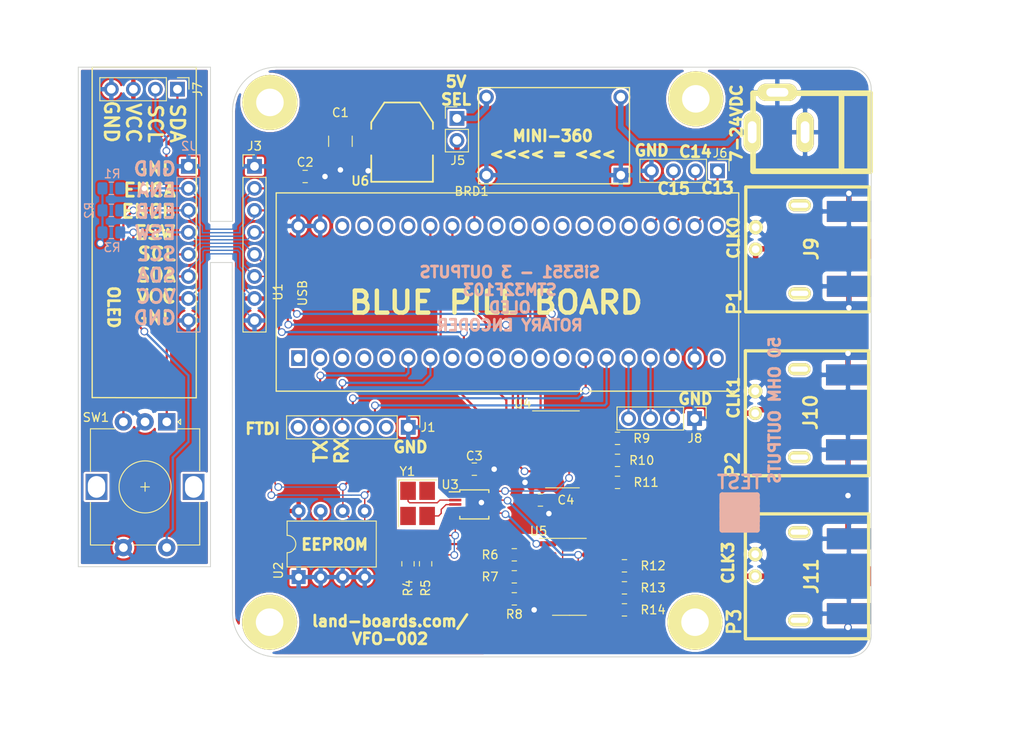
<source format=kicad_pcb>
(kicad_pcb (version 20171130) (host pcbnew "(5.1.5)-3")
  (title_block (title VFO-002) (date 2020-10-16) (rev 1) (company land-boards.com))
  (layers (0 F.Cu signal) (31 B.Cu signal) (36 B.SilkS user) (37 F.SilkS user) (38 B.Mask user) (39 F.Mask user) (44 Edge.Cuts user))
  (net 0 "")
  (net 1 GND)
  (net 2 /STM_TX)
  (net 3 /STM_RX)
  (net 4 +3V3)
  (net 5 /STM_SDA)
  (net 6 /STM_SCL)
  (net 7 /PA7)
  (net 8 /PB0)
  (net 9 /PB1)
  (net 10 "Net-(BRD1-PadIN+)")
  (net 11 /ENCSW)
  (net 12 /ENCB)
  (net 13 /ENCA)
  (net 14 "Net-(R6-Pad2)")
  (net 15 "Net-(R7-Pad2)")
  (net 16 "Net-(R8-Pad2)")
  (net 17 "Net-(R9-Pad2)")
  (net 18 "Net-(R12-Pad2)")
  (net 19 "Net-(R13-Pad2)")
  (net 20 "Net-(R14-Pad2)")
  (net 21 "Net-(U3-Pad2)")
  (net 22 "Net-(U3-Pad3)")
  (net 23 /OUT0)
  (net 24 /OUT1)
  (net 25 /OUT3)
  (net 26 /CLK2)
  (net 27 /CLK1)
  (net 28 /CLK0)
  (net 29 /PC13)
  (net 30 /PC14)
  (net 31 /PC15)
  (net 32 /PB8)
  (net 33 /PB9)
  (net 34 +5V)
  (net 35 "Net-(BRD1-PadOUT+)")
  (net 36 "Net-(R10-Pad2)")
  (net 37 "Net-(R11-Pad2)")
  (module LandBoards_BoardOutlines:BluePill (layer F.Cu) (at 116.8 97.05 90)
    (fp_text reference U1 (at 7.62 -2.33 90) (layer F.SilkS))
    (fp_text value Blue-Pill)
    (fp_text user USB (at 7.5 0.5 90) (layer F.SilkS))
    (pad 40 thru_hole oval (at 15.24 0 90) (size 1.8 1.6) (drill 1) (layers *.Cu *.Mask) (net 1 GND))
    (pad 20 thru_hole oval (at 0 48.26 90) (size 1.8 1.6) (drill 1) (layers *.Cu *.Mask))
    (pad 39 thru_hole oval (at 15.24 2.54 90) (size 1.8 1.6) (drill 1) (layers *.Cu *.Mask) (net 1 GND))
    (pad 19 thru_hole oval (at 0 45.72 90) (size 1.8 1.6) (drill 1) (layers *.Cu *.Mask) (net 1 GND))
    (pad 38 thru_hole oval (at 15.24 5.08 90) (size 1.8 1.6) (drill 1) (layers *.Cu *.Mask))
    (pad 18 thru_hole oval (at 0 43.18 90) (size 1.8 1.6) (drill 1) (layers *.Cu *.Mask) (net 34 +5V))
    (pad 37 thru_hole oval (at 15.24 7.62 90) (size 1.8 1.6) (drill 1) (layers *.Cu *.Mask))
    (pad 17 thru_hole oval (at 0 40.64 90) (size 1.8 1.6) (drill 1) (layers *.Cu *.Mask) (net 33 /PB9))
    (pad 36 thru_hole oval (at 15.24 10.16 90) (size 1.8 1.6) (drill 1) (layers *.Cu *.Mask))
    (pad 16 thru_hole oval (at 0 38.1 90) (size 1.8 1.6) (drill 1) (layers *.Cu *.Mask) (net 32 /PB8))
    (pad 35 thru_hole oval (at 15.24 12.7 90) (size 1.8 1.6) (drill 1) (layers *.Cu *.Mask))
    (pad 15 thru_hole oval (at 0 35.56 90) (size 1.8 1.6) (drill 1) (layers *.Cu *.Mask) (net 5 /STM_SDA))
    (pad 34 thru_hole oval (at 15.24 15.24 90) (size 1.8 1.6) (drill 1) (layers *.Cu *.Mask) (net 9 /PB1))
    (pad 14 thru_hole oval (at 0 33.02 90) (size 1.8 1.6) (drill 1) (layers *.Cu *.Mask) (net 6 /STM_SCL))
    (pad 33 thru_hole oval (at 15.24 17.78 90) (size 1.8 1.6) (drill 1) (layers *.Cu *.Mask) (net 8 /PB0))
    (pad 13 thru_hole oval (at 0 30.48 90) (size 1.8 1.6) (drill 1) (layers *.Cu *.Mask))
    (pad 32 thru_hole oval (at 15.24 20.32 90) (size 1.8 1.6) (drill 1) (layers *.Cu *.Mask) (net 7 /PA7))
    (pad 12 thru_hole oval (at 0 27.94 90) (size 1.8 1.6) (drill 1) (layers *.Cu *.Mask))
    (pad 31 thru_hole oval (at 15.24 22.86 90) (size 1.8 1.6) (drill 1) (layers *.Cu *.Mask))
    (pad 11 thru_hole oval (at 0 25.4 90) (size 1.8 1.6) (drill 1) (layers *.Cu *.Mask))
    (pad 30 thru_hole oval (at 15.24 25.4 90) (size 1.8 1.6) (drill 1) (layers *.Cu *.Mask))
    (pad 10 thru_hole oval (at 0 22.86 90) (size 1.8 1.6) (drill 1) (layers *.Cu *.Mask))
    (pad 29 thru_hole oval (at 15.24 27.94 90) (size 1.8 1.6) (drill 1) (layers *.Cu *.Mask))
    (pad 9 thru_hole oval (at 0 20.32 90) (size 1.8 1.6) (drill 1) (layers *.Cu *.Mask))
    (pad 28 thru_hole oval (at 15.24 30.48 90) (size 1.8 1.6) (drill 1) (layers *.Cu *.Mask))
    (pad 8 thru_hole oval (at 0 17.78 90) (size 1.8 1.6) (drill 1) (layers *.Cu *.Mask))
    (pad 27 thru_hole oval (at 15.24 33.02 90) (size 1.8 1.6) (drill 1) (layers *.Cu *.Mask))
    (pad 7 thru_hole oval (at 0 15.24 90) (size 1.8 1.6) (drill 1) (layers *.Cu *.Mask) (net 3 /STM_RX))
    (pad 26 thru_hole oval (at 15.24 35.56 90) (size 1.8 1.6) (drill 1) (layers *.Cu *.Mask))
    (pad 6 thru_hole oval (at 0 12.7 90) (size 1.8 1.6) (drill 1) (layers *.Cu *.Mask) (net 2 /STM_TX))
    (pad 25 thru_hole oval (at 15.24 38.1 90) (size 1.8 1.6) (drill 1) (layers *.Cu *.Mask))
    (pad 5 thru_hole oval (at 0 10.16 90) (size 1.8 1.6) (drill 1) (layers *.Cu *.Mask))
    (pad 24 thru_hole oval (at 15.24 40.64 90) (size 1.8 1.6) (drill 1) (layers *.Cu *.Mask) (net 31 /PC15))
    (pad 4 thru_hole oval (at 0 7.62 90) (size 1.8 1.6) (drill 1) (layers *.Cu *.Mask))
    (pad 23 thru_hole oval (at 15.24 43.18 90) (size 1.8 1.6) (drill 1) (layers *.Cu *.Mask) (net 30 /PC14))
    (pad 3 thru_hole oval (at 0 5.08 90) (size 1.8 1.6) (drill 1) (layers *.Cu *.Mask))
    (pad 22 thru_hole oval (at 15.24 45.72 90) (size 1.8 1.6) (drill 1) (layers *.Cu *.Mask) (net 29 /PC13))
    (pad 2 thru_hole oval (at 0 2.54 90) (size 1.8 1.6) (drill 1) (layers *.Cu *.Mask))
    (pad 21 thru_hole oval (at 15.24 48.26 90) (size 1.8 1.6) (drill 1) (layers *.Cu *.Mask))
    (pad 1 thru_hole rect (at 0 0 90) (size 1.8 1.6) (drill 1) (layers *.Cu *.Mask))
  )
  (module LandBoards_BoardOutlines:MINI-360 (layer F.Cu) (at 155 76.95 180)
    (fp_text reference BRD1 (at 18.2 -0.862 180) (layer F.SilkS))
    (fp_text value MINI-360)
    (pad OUT+ thru_hole oval (at 16.5 10 180) (size 1.7 1.7) (drill 1) (layers *.Cu *.Mask) (net 35 "Net-(BRD1-PadOUT+)"))
    (pad IN+ thru_hole oval (at 1 10 180) (size 1.7 1.7) (drill 1) (layers *.Cu *.Mask) (net 10 "Net-(BRD1-PadIN+)"))
    (pad OUT- thru_hole oval (at 16.5 1 180) (size 1.7 1.7) (drill 1) (layers *.Cu *.Mask) (net 1 GND))
    (pad IN- thru_hole rect (at 1 1 180) (size 1.7 1.7) (drill 1) (layers *.Cu *.Mask) (net 1 GND))
  )
  (module LandBoards_Conns:BNC-RT-OVAL_MTG (layer F.Cu) (at 169.5 103.4 270)
    (fp_text reference P2 (at 5.94 2.59 270) (layer F.SilkS) (effects (font (size 1.524 1.524) (thickness 0.3048))))
    (fp_text value BNC hide)
    (pad 1 thru_hole circle (at 0 0 270) (size 1.5748 1.5748) (drill 0.889) (layers *.Cu *.Mask F.SilkS) (net 24 /OUT1))
    (pad 2 thru_hole circle (at -2.54 0 270) (size 1.651 1.651) (drill 0.889) (layers *.Cu *.Mask F.SilkS) (net 1 GND))
    (pad "" thru_hole oval (at -5.08 -5.08 270) (size 1.4 2.6) (drill oval 0.6 2.00914) (layers *.Cu *.Mask F.SilkS))
    (pad "" thru_hole oval (at 5.08 -5.08 270) (size 1.4 2.6) (drill oval 0.6 2.00914) (layers *.Cu *.Mask F.SilkS))
  )
  (module LandBoards_Conns:BNC-RT-OVAL_MTG (layer F.Cu) (at 169.545 84.5 270)
    (fp_text reference P1 (at 6.08 2.465 270) (layer F.SilkS) (effects (font (size 1.524 1.524) (thickness 0.3048))))
    (fp_text value BNC hide)
    (pad 1 thru_hole circle (at 0 0 270) (size 1.5748 1.5748) (drill 0.889) (layers *.Cu *.Mask F.SilkS) (net 23 /OUT0))
    (pad 2 thru_hole circle (at -2.54 0 270) (size 1.651 1.651) (drill 0.889) (layers *.Cu *.Mask F.SilkS) (net 1 GND))
    (pad "" thru_hole oval (at -5.08 -5.08 270) (size 1.4 2.6) (drill oval 0.6 2.00914) (layers *.Cu *.Mask F.SilkS))
    (pad "" thru_hole oval (at 5.08 -5.08 270) (size 1.4 2.6) (drill oval 0.6 2.00914) (layers *.Cu *.Mask F.SilkS))
  )
  (module Package_DIP:DIP-8_W7.62mm (layer F.Cu) (at 116.85 122.3 90)
    (fp_text reference U2 (at 0.762 -2.33 90) (layer F.SilkS))
    (fp_text value 24LC024)
    (pad 8 thru_hole oval (at 7.62 0 90) (size 1.6 1.6) (drill 0.8) (layers *.Cu *.Mask) (net 4 +3V3))
    (pad 4 thru_hole oval (at 0 7.62 90) (size 1.6 1.6) (drill 0.8) (layers *.Cu *.Mask) (net 1 GND))
    (pad 7 thru_hole oval (at 7.62 2.54 90) (size 1.6 1.6) (drill 0.8) (layers *.Cu *.Mask) (net 1 GND))
    (pad 3 thru_hole oval (at 0 5.08 90) (size 1.6 1.6) (drill 0.8) (layers *.Cu *.Mask) (net 1 GND))
    (pad 6 thru_hole oval (at 7.62 5.08 90) (size 1.6 1.6) (drill 0.8) (layers *.Cu *.Mask) (net 6 /STM_SCL))
    (pad 2 thru_hole oval (at 0 2.54 90) (size 1.6 1.6) (drill 0.8) (layers *.Cu *.Mask) (net 1 GND))
    (pad 5 thru_hole oval (at 7.62 7.62 90) (size 1.6 1.6) (drill 0.8) (layers *.Cu *.Mask) (net 5 /STM_SDA))
    (pad 1 thru_hole rect (at 0 0 90) (size 1.6 1.6) (drill 0.8) (layers *.Cu *.Mask) (net 1 GND))
  )
  (module Connector_PinHeader_2.54mm:PinHeader_1x06_P2.54mm_Vertical (layer F.Cu) (at 129.49 105.03 270)
    (fp_text reference J1 (at 0 -2.286 180) (layer F.SilkS))
    (fp_text value Conn_01x06)
    (pad 6 thru_hole oval (at 0 12.7 270) (size 1.7 1.7) (drill 1) (layers *.Cu *.Mask))
    (pad 5 thru_hole oval (at 0 10.16 270) (size 1.7 1.7) (drill 1) (layers *.Cu *.Mask) (net 2 /STM_TX))
    (pad 4 thru_hole oval (at 0 7.62 270) (size 1.7 1.7) (drill 1) (layers *.Cu *.Mask) (net 3 /STM_RX))
    (pad 3 thru_hole oval (at 0 5.08 270) (size 1.7 1.7) (drill 1) (layers *.Cu *.Mask))
    (pad 2 thru_hole oval (at 0 2.54 270) (size 1.7 1.7) (drill 1) (layers *.Cu *.Mask))
    (pad 1 thru_hole rect (at 0 0 270) (size 1.7 1.7) (drill 1) (layers *.Cu *.Mask) (net 1 GND))
  )
  (module Crystal:Crystal_SMD_SeikoEpson_FA238-4Pin_3.2x2.5mm_HandSoldering (layer F.Cu) (at 130.565 113.8 270)
    (fp_text reference Y1 (at -3.69 1.175 180) (layer F.SilkS))
    (fp_text value Crystal_GND2_Small)
    (pad 4 smd rect (at -1.45 -1.1 270) (size 2.1 1.8) (layers F.Cu F.Paste F.Mask))
    (pad 3 smd rect (at 1.45 -1.1 270) (size 2.1 1.8) (layers F.Cu F.Paste F.Mask) (net 22 "Net-(U3-Pad3)"))
    (pad 2 smd rect (at 1.45 1.1 270) (size 2.1 1.8) (layers F.Cu F.Paste F.Mask))
    (pad 1 smd rect (at -1.45 1.1 270) (size 2.1 1.8) (layers F.Cu F.Paste F.Mask) (net 21 "Net-(U3-Pad2)"))
  )
  (module Connector_PinHeader_2.54mm:PinHeader_1x04_P2.54mm_Vertical (layer F.Cu) (at 162.51 104.014 270)
    (fp_text reference J8 (at 2.277 -0.03 180) (layer F.SilkS))
    (fp_text value Conn_01x04)
    (pad 4 thru_hole oval (at 0 7.62 270) (size 1.7 1.7) (drill 1) (layers *.Cu *.Mask) (net 32 /PB8))
    (pad 3 thru_hole oval (at 0 5.08 270) (size 1.7 1.7) (drill 1) (layers *.Cu *.Mask) (net 33 /PB9))
    (pad 2 thru_hole oval (at 0 2.54 270) (size 1.7 1.7) (drill 1) (layers *.Cu *.Mask) (net 4 +3V3))
    (pad 1 thru_hole rect (at 0 0 270) (size 1.7 1.7) (drill 1) (layers *.Cu *.Mask) (net 1 GND))
  )
  (module Connector_PinHeader_2.54mm:PinHeader_1x08_P2.54mm_Vertical (layer F.Cu) (at 111.76 74.93)
    (fp_text reference J3 (at 0 -2.33) (layer F.SilkS))
    (fp_text value Conn_01x08)
    (pad 8 thru_hole oval (at 0 17.78) (size 1.7 1.7) (drill 1) (layers *.Cu *.Mask) (net 1 GND))
    (pad 7 thru_hole oval (at 0 15.24) (size 1.7 1.7) (drill 1) (layers *.Cu *.Mask) (net 4 +3V3))
    (pad 6 thru_hole oval (at 0 12.7) (size 1.7 1.7) (drill 1) (layers *.Cu *.Mask) (net 5 /STM_SDA))
    (pad 5 thru_hole oval (at 0 10.16) (size 1.7 1.7) (drill 1) (layers *.Cu *.Mask) (net 6 /STM_SCL))
    (pad 4 thru_hole oval (at 0 7.62) (size 1.7 1.7) (drill 1) (layers *.Cu *.Mask) (net 11 /ENCSW))
    (pad 3 thru_hole oval (at 0 5.08) (size 1.7 1.7) (drill 1) (layers *.Cu *.Mask) (net 12 /ENCB))
    (pad 2 thru_hole oval (at 0 2.54) (size 1.7 1.7) (drill 1) (layers *.Cu *.Mask) (net 13 /ENCA))
    (pad 1 thru_hole rect (at 0 0) (size 1.7 1.7) (drill 1) (layers *.Cu *.Mask) (net 1 GND))
  )
  (module LandBoards_Conns:DCJ-NEW-Slotted (layer F.Cu) (at 175.25 71 180)
    (fp_text reference J4 hide)
    (fp_text value DCJ0202 hide)
    (pad 3 thru_hole oval (at 3.2 4.6 180) (size 4.6 2) (drill oval 2.54 1) (layers *.Cu *.Mask F.SilkS) (net 1 GND))
    (pad 1 thru_hole oval (at 6.1 0 180) (size 2 4.6) (drill oval 1 2.54) (layers *.Cu *.Mask F.SilkS) (net 10 "Net-(BRD1-PadIN+)"))
    (pad 2 thru_hole oval (at 0 0 180) (size 2 4.6) (drill oval 1 2.54) (layers *.Cu *.Mask F.SilkS) (net 1 GND))
  )
  (module Resistor_SMD:R_0805_2012Metric_Pad1.15x1.40mm_HandSolder (layer B.Cu) (at 95.25 80.01)
    (fp_text reference R2 (at -2.54 0 90) (layer B.SilkS) (effects (justify mirror)))
    (fp_text value 10K)
    (pad 2 smd roundrect (at 1.025 0) (size 1.15 1.4) (layers B.Cu B.Paste B.Mask) (roundrect_rratio 0.217391) (net 12 /ENCB))
    (pad 1 smd roundrect (at -1.025 0) (size 1.15 1.4) (layers B.Cu B.Paste B.Mask) (roundrect_rratio 0.217391) (net 4 +3V3))
  )
  (module Resistor_SMD:R_0805_2012Metric_Pad1.15x1.40mm_HandSolder (layer B.Cu) (at 95.25 77.47)
    (fp_text reference R1 (at 0.09 -1.67) (layer B.SilkS) (effects (justify mirror)))
    (fp_text value 10K)
    (pad 2 smd roundrect (at 1.025 0) (size 1.15 1.4) (layers B.Cu B.Paste B.Mask) (roundrect_rratio 0.217391) (net 13 /ENCA))
    (pad 1 smd roundrect (at -1.025 0) (size 1.15 1.4) (layers B.Cu B.Paste B.Mask) (roundrect_rratio 0.217391) (net 4 +3V3))
  )
  (module Resistor_SMD:R_0805_2012Metric_Pad1.15x1.40mm_HandSolder (layer B.Cu) (at 95.25 82.55)
    (fp_text reference R3 (at 0.09 1.75) (layer B.SilkS) (effects (justify mirror)))
    (fp_text value 10K)
    (pad 2 smd roundrect (at 1.025 0) (size 1.15 1.4) (layers B.Cu B.Paste B.Mask) (roundrect_rratio 0.217391) (net 11 /ENCSW))
    (pad 1 smd roundrect (at -1.025 0) (size 1.15 1.4) (layers B.Cu B.Paste B.Mask) (roundrect_rratio 0.217391) (net 4 +3V3))
  )
  (module Resistor_SMD:R_0805_2012Metric_Pad1.15x1.40mm_HandSolder (layer F.Cu) (at 153.62 111.38 180)
    (fp_text reference R11 (at -3.302 0) (layer F.SilkS))
    (fp_text value 150)
    (pad 2 smd roundrect (at 1.025 0 180) (size 1.15 1.4) (layers F.Cu F.Paste F.Mask) (roundrect_rratio 0.217391) (net 37 "Net-(R11-Pad2)"))
    (pad 1 smd roundrect (at -1.025 0 180) (size 1.15 1.4) (layers F.Cu F.Paste F.Mask) (roundrect_rratio 0.217391) (net 23 /OUT0))
  )
  (module Resistor_SMD:R_0805_2012Metric_Pad1.15x1.40mm_HandSolder (layer F.Cu) (at 153.62 108.84 180)
    (fp_text reference R10 (at -2.794 0) (layer F.SilkS))
    (fp_text value 150)
    (pad 2 smd roundrect (at 1.025 0 180) (size 1.15 1.4) (layers F.Cu F.Paste F.Mask) (roundrect_rratio 0.217391) (net 36 "Net-(R10-Pad2)"))
    (pad 1 smd roundrect (at -1.025 0 180) (size 1.15 1.4) (layers F.Cu F.Paste F.Mask) (roundrect_rratio 0.217391) (net 23 /OUT0))
  )
  (module Resistor_SMD:R_0805_2012Metric_Pad1.15x1.40mm_HandSolder (layer F.Cu) (at 154.42 123.54 180)
    (fp_text reference R13 (at -3.302 0) (layer F.SilkS))
    (fp_text value 150)
    (pad 2 smd roundrect (at 1.025 0 180) (size 1.15 1.4) (layers F.Cu F.Paste F.Mask) (roundrect_rratio 0.217391) (net 19 "Net-(R13-Pad2)"))
    (pad 1 smd roundrect (at -1.025 0 180) (size 1.15 1.4) (layers F.Cu F.Paste F.Mask) (roundrect_rratio 0.217391) (net 24 /OUT1))
  )
  (module Resistor_SMD:R_0805_2012Metric_Pad1.15x1.40mm_HandSolder (layer F.Cu) (at 154.42 121 180)
    (fp_text reference R12 (at -3.302 0) (layer F.SilkS))
    (fp_text value 150)
    (pad 2 smd roundrect (at 1.025 0 180) (size 1.15 1.4) (layers F.Cu F.Paste F.Mask) (roundrect_rratio 0.217391) (net 18 "Net-(R12-Pad2)"))
    (pad 1 smd roundrect (at -1.025 0 180) (size 1.15 1.4) (layers F.Cu F.Paste F.Mask) (roundrect_rratio 0.217391) (net 24 /OUT1))
  )
  (module Resistor_SMD:R_0805_2012Metric_Pad1.15x1.40mm_HandSolder (layer F.Cu) (at 154.42 126.08 180)
    (fp_text reference R14 (at -3.302 0) (layer F.SilkS))
    (fp_text value 150)
    (pad 2 smd roundrect (at 1.025 0 180) (size 1.15 1.4) (layers F.Cu F.Paste F.Mask) (roundrect_rratio 0.217391) (net 20 "Net-(R14-Pad2)"))
    (pad 1 smd roundrect (at -1.025 0 180) (size 1.15 1.4) (layers F.Cu F.Paste F.Mask) (roundrect_rratio 0.217391) (net 24 /OUT1))
  )
  (module Resistor_SMD:R_0805_2012Metric_Pad1.15x1.40mm_HandSolder (layer F.Cu) (at 141.72 119.73)
    (fp_text reference R6 (at -2.794 0) (layer F.SilkS))
    (fp_text value 150)
    (pad 2 smd roundrect (at 1.025 0) (size 1.15 1.4) (layers F.Cu F.Paste F.Mask) (roundrect_rratio 0.217391) (net 14 "Net-(R6-Pad2)"))
    (pad 1 smd roundrect (at -1.025 0) (size 1.15 1.4) (layers F.Cu F.Paste F.Mask) (roundrect_rratio 0.217391) (net 25 /OUT3))
  )
  (module Resistor_SMD:R_0805_2012Metric_Pad1.15x1.40mm_HandSolder (layer F.Cu) (at 131.49 120.768 90)
    (fp_text reference R5 (at -2.794 0 90) (layer F.SilkS))
    (fp_text value 10K)
    (pad 2 smd roundrect (at 1.025 0 90) (size 1.15 1.4) (layers F.Cu F.Paste F.Mask) (roundrect_rratio 0.217391) (net 5 /STM_SDA))
    (pad 1 smd roundrect (at -1.025 0 90) (size 1.15 1.4) (layers F.Cu F.Paste F.Mask) (roundrect_rratio 0.217391) (net 4 +3V3))
  )
  (module Resistor_SMD:R_0805_2012Metric_Pad1.15x1.40mm_HandSolder (layer F.Cu) (at 129.458 120.768 90)
    (fp_text reference R4 (at -2.794 0 90) (layer F.SilkS))
    (fp_text value 10K)
    (pad 2 smd roundrect (at 1.025 0 90) (size 1.15 1.4) (layers F.Cu F.Paste F.Mask) (roundrect_rratio 0.217391) (net 6 /STM_SCL))
    (pad 1 smd roundrect (at -1.025 0 90) (size 1.15 1.4) (layers F.Cu F.Paste F.Mask) (roundrect_rratio 0.217391) (net 4 +3V3))
  )
  (module Resistor_SMD:R_0805_2012Metric_Pad1.15x1.40mm_HandSolder (layer F.Cu) (at 153.62 106.3 180)
    (fp_text reference R9 (at -2.794 0) (layer F.SilkS))
    (fp_text value 150)
    (pad 2 smd roundrect (at 1.025 0 180) (size 1.15 1.4) (layers F.Cu F.Paste F.Mask) (roundrect_rratio 0.217391) (net 17 "Net-(R9-Pad2)"))
    (pad 1 smd roundrect (at -1.025 0 180) (size 1.15 1.4) (layers F.Cu F.Paste F.Mask) (roundrect_rratio 0.217391) (net 23 /OUT0))
  )
  (module Resistor_SMD:R_0805_2012Metric_Pad1.15x1.40mm_HandSolder (layer F.Cu) (at 141.72 122.27)
    (fp_text reference R7 (at -2.794 0) (layer F.SilkS))
    (fp_text value 150)
    (pad 2 smd roundrect (at 1.025 0) (size 1.15 1.4) (layers F.Cu F.Paste F.Mask) (roundrect_rratio 0.217391) (net 15 "Net-(R7-Pad2)"))
    (pad 1 smd roundrect (at -1.025 0) (size 1.15 1.4) (layers F.Cu F.Paste F.Mask) (roundrect_rratio 0.217391) (net 25 /OUT3))
  )
  (module Resistor_SMD:R_0805_2012Metric_Pad1.15x1.40mm_HandSolder (layer F.Cu) (at 141.72 124.81)
    (fp_text reference R8 (at 0 1.778) (layer F.SilkS))
    (fp_text value 150)
    (pad 2 smd roundrect (at 1.025 0) (size 1.15 1.4) (layers F.Cu F.Paste F.Mask) (roundrect_rratio 0.217391) (net 16 "Net-(R8-Pad2)"))
    (pad 1 smd roundrect (at -1.025 0) (size 1.15 1.4) (layers F.Cu F.Paste F.Mask) (roundrect_rratio 0.217391) (net 25 /OUT3))
  )
  (module Rotary_Encoder:RotaryEncoder_Alps_EC12E-Switch_Vertical_H20mm (layer F.Cu) (at 101.64 104.4 270)
    (fp_text reference SW1 (at -0.514 8.168 180) (layer F.SilkS))
    (fp_text value Rotary_Encoder_Switch)
    (pad A thru_hole rect (at 0 0 270) (size 2 2) (drill 1) (layers *.Cu *.Mask) (net 13 /ENCA))
    (pad C thru_hole circle (at 0 2.5 270) (size 2 2) (drill 1) (layers *.Cu *.Mask) (net 1 GND))
    (pad B thru_hole circle (at 0 5 270) (size 2 2) (drill 1) (layers *.Cu *.Mask) (net 12 /ENCB))
    (pad MP thru_hole rect (at 7.5 -3.1 270) (size 3 2.5) (drill oval 2.5 2) (layers *.Cu *.Mask))
    (pad MP thru_hole rect (at 7.5 8.1 270) (size 3 2.5) (drill oval 2.5 2) (layers *.Cu *.Mask))
    (pad S1 thru_hole circle (at 14.5 0 270) (size 2 2) (drill 1) (layers *.Cu *.Mask) (net 11 /ENCSW))
    (pad S2 thru_hole circle (at 14.5 5 270) (size 2 2) (drill 1) (layers *.Cu *.Mask) (net 1 GND))
  )
  (module LandBoards_Marking:TEST_BLK-REAR (layer F.Cu) (at 167.7 114.85)
    (fp_text reference TEST (at 0 -3.5) (layer B.SilkS) (effects (font (size 1.524 1.524) (thickness 0.3048)) (justify mirror)))
    (fp_text value COUPON hide)
  )
  (module Package_SO:MSOP-10_3x3mm_P0.5mm (layer F.Cu) (at 137.11 113.92)
    (fp_text reference U3 (at -2.794 -2.286) (layer F.SilkS))
    (fp_text value Si5351A)
    (pad 10 smd rect (at 2.2 -1) (size 1.4 0.3) (layers F.Cu F.Paste F.Mask) (net 28 /CLK0))
    (pad 9 smd rect (at 2.2 -0.5) (size 1.4 0.3) (layers F.Cu F.Paste F.Mask) (net 27 /CLK1))
    (pad 8 smd rect (at 2.2 0) (size 1.4 0.3) (layers F.Cu F.Paste F.Mask) (net 1 GND))
    (pad 7 smd rect (at 2.2 0.5) (size 1.4 0.3) (layers F.Cu F.Paste F.Mask) (net 4 +3V3))
    (pad 6 smd rect (at 2.2 1) (size 1.4 0.3) (layers F.Cu F.Paste F.Mask) (net 26 /CLK2))
    (pad 5 smd rect (at -2.2 1) (size 1.4 0.3) (layers F.Cu F.Paste F.Mask) (net 5 /STM_SDA))
    (pad 4 smd rect (at -2.2 0.5) (size 1.4 0.3) (layers F.Cu F.Paste F.Mask) (net 6 /STM_SCL))
    (pad 3 smd rect (at -2.2 0) (size 1.4 0.3) (layers F.Cu F.Paste F.Mask) (net 22 "Net-(U3-Pad3)"))
    (pad 2 smd rect (at -2.2 -0.5) (size 1.4 0.3) (layers F.Cu F.Paste F.Mask) (net 21 "Net-(U3-Pad2)"))
    (pad 1 smd rect (at -2.2 -1) (size 1.4 0.3) (layers F.Cu F.Paste F.Mask) (net 4 +3V3))
  )
  (module Package_SO:SOIC-14_3.9x8.7mm_P1.27mm (layer F.Cu) (at 147.27 107.57)
    (fp_text reference U4 (at -4.572 -5.27) (layer F.SilkS))
    (fp_text value 74AC14)
    (pad 14 smd roundrect (at 2.475 -3.81) (size 1.95 0.6) (layers F.Cu F.Paste F.Mask) (net 4 +3V3))
    (pad 13 smd roundrect (at 2.475 -2.54) (size 1.95 0.6) (layers F.Cu F.Paste F.Mask) (net 28 /CLK0))
    (pad 12 smd roundrect (at 2.475 -1.27) (size 1.95 0.6) (layers F.Cu F.Paste F.Mask) (net 17 "Net-(R9-Pad2)"))
    (pad 11 smd roundrect (at 2.475 0) (size 1.95 0.6) (layers F.Cu F.Paste F.Mask) (net 28 /CLK0))
    (pad 10 smd roundrect (at 2.475 1.27) (size 1.95 0.6) (layers F.Cu F.Paste F.Mask) (net 36 "Net-(R10-Pad2)"))
    (pad 9 smd roundrect (at 2.475 2.54) (size 1.95 0.6) (layers F.Cu F.Paste F.Mask) (net 28 /CLK0))
    (pad 8 smd roundrect (at 2.475 3.81) (size 1.95 0.6) (layers F.Cu F.Paste F.Mask) (net 37 "Net-(R11-Pad2)"))
    (pad 7 smd roundrect (at -2.475 3.81) (size 1.95 0.6) (layers F.Cu F.Paste F.Mask) (net 1 GND))
    (pad 6 smd roundrect (at -2.475 2.54) (size 1.95 0.6) (layers F.Cu F.Paste F.Mask) (net 7 /PA7))
    (pad 5 smd roundrect (at -2.475 1.27) (size 1.95 0.6) (layers F.Cu F.Paste F.Mask) (net 11 /ENCSW))
    (pad 4 smd roundrect (at -2.475 0) (size 1.95 0.6) (layers F.Cu F.Paste F.Mask) (net 9 /PB1))
    (pad 3 smd roundrect (at -2.475 -1.27) (size 1.95 0.6) (layers F.Cu F.Paste F.Mask) (net 12 /ENCB))
    (pad 2 smd roundrect (at -2.475 -2.54) (size 1.95 0.6) (layers F.Cu F.Paste F.Mask) (net 8 /PB0))
    (pad 1 smd roundrect (at -2.475 -3.81) (size 1.95 0.6) (layers F.Cu F.Paste F.Mask) (net 13 /ENCA))
  )
  (module Package_SO:SOIC-14_3.9x8.7mm_P1.27mm (layer F.Cu) (at 148.07 122.27)
    (fp_text reference U5 (at -3.556 -5.28) (layer F.SilkS))
    (fp_text value 74AC14)
    (pad 14 smd roundrect (at 2.475 -3.81) (size 1.95 0.6) (layers F.Cu F.Paste F.Mask) (net 4 +3V3))
    (pad 13 smd roundrect (at 2.475 -2.54) (size 1.95 0.6) (layers F.Cu F.Paste F.Mask) (net 27 /CLK1))
    (pad 12 smd roundrect (at 2.475 -1.27) (size 1.95 0.6) (layers F.Cu F.Paste F.Mask) (net 18 "Net-(R12-Pad2)"))
    (pad 11 smd roundrect (at 2.475 0) (size 1.95 0.6) (layers F.Cu F.Paste F.Mask) (net 27 /CLK1))
    (pad 10 smd roundrect (at 2.475 1.27) (size 1.95 0.6) (layers F.Cu F.Paste F.Mask) (net 19 "Net-(R13-Pad2)"))
    (pad 9 smd roundrect (at 2.475 2.54) (size 1.95 0.6) (layers F.Cu F.Paste F.Mask) (net 27 /CLK1))
    (pad 8 smd roundrect (at 2.475 3.81) (size 1.95 0.6) (layers F.Cu F.Paste F.Mask) (net 20 "Net-(R14-Pad2)"))
    (pad 7 smd roundrect (at -2.475 3.81) (size 1.95 0.6) (layers F.Cu F.Paste F.Mask) (net 1 GND))
    (pad 6 smd roundrect (at -2.475 2.54) (size 1.95 0.6) (layers F.Cu F.Paste F.Mask) (net 16 "Net-(R8-Pad2)"))
    (pad 5 smd roundrect (at -2.475 1.27) (size 1.95 0.6) (layers F.Cu F.Paste F.Mask) (net 26 /CLK2))
    (pad 4 smd roundrect (at -2.475 0) (size 1.95 0.6) (layers F.Cu F.Paste F.Mask) (net 15 "Net-(R7-Pad2)"))
    (pad 3 smd roundrect (at -2.475 -1.27) (size 1.95 0.6) (layers F.Cu F.Paste F.Mask) (net 26 /CLK2))
    (pad 2 smd roundrect (at -2.475 -2.54) (size 1.95 0.6) (layers F.Cu F.Paste F.Mask) (net 14 "Net-(R6-Pad2)"))
    (pad 1 smd roundrect (at -2.475 -3.81) (size 1.95 0.6) (layers F.Cu F.Paste F.Mask) (net 26 /CLK2))
  )
  (module LandBoards_MountHoles:MTG-4-40 (layer F.Cu) (at 162.65 67.15)
    (fp_text reference MTG1 hide)
    (fp_text value MTG_HOLE hide)
    (pad 1 thru_hole circle (at 0 0) (size 6.35 6.35) (drill 3.175) (layers *.Cu *.Mask F.SilkS))
  )
  (module LandBoards_MountHoles:MTG-4-40 (layer F.Cu) (at 113.5 127.5)
    (fp_text reference MTG2 hide)
    (fp_text value MTG_HOLE hide)
    (pad 1 thru_hole circle (at 0 0) (size 6.35 6.35) (drill 3.175) (layers *.Cu *.Mask F.SilkS))
  )
  (module LandBoards_MountHoles:MTG-4-40 (layer F.Cu) (at 162.56 127.5)
    (fp_text reference MTG3 hide)
    (fp_text value MTG_HOLE hide)
    (pad 1 thru_hole circle (at 0 0) (size 6.35 6.35) (drill 3.175) (layers *.Cu *.Mask F.SilkS))
  )
  (module LandBoards_MountHoles:MTG-4-40 (layer F.Cu) (at 113.538 67.564)
    (fp_text reference MTG4 hide)
    (fp_text value MTG_HOLE hide)
    (pad 1 thru_hole circle (at 0 0) (size 6.35 6.35) (drill 3.175) (layers *.Cu *.Mask F.SilkS))
  )
  (module Capacitor_SMD:C_0805_2012Metric_Pad1.15x1.40mm_HandSolder (layer F.Cu) (at 137.11 109.856)
    (fp_text reference C3 (at 0 -1.524) (layer F.SilkS))
    (fp_text value 0.1uF)
    (pad 2 smd roundrect (at 1.025 0) (size 1.15 1.4) (layers F.Cu F.Paste F.Mask) (roundrect_rratio 0.217391) (net 1 GND))
    (pad 1 smd roundrect (at -1.025 0) (size 1.15 1.4) (layers F.Cu F.Paste F.Mask) (roundrect_rratio 0.217391) (net 4 +3V3))
  )
  (module Capacitor_SMD:C_0805_2012Metric_Pad1.15x1.40mm_HandSolder (layer F.Cu) (at 144.73 113.412)
    (fp_text reference C4 (at 2.935 0) (layer F.SilkS))
    (fp_text value 0.1uF)
    (pad 2 smd roundrect (at 1.025 0) (size 1.15 1.4) (layers F.Cu F.Paste F.Mask) (roundrect_rratio 0.217391) (net 1 GND))
    (pad 1 smd roundrect (at -1.025 0) (size 1.15 1.4) (layers F.Cu F.Paste F.Mask) (roundrect_rratio 0.217391) (net 4 +3V3))
  )
  (module Capacitor_SMD:C_0805_2012Metric_Pad1.15x1.40mm_HandSolder (layer F.Cu) (at 117.602 76.106)
    (fp_text reference C2 (at 0 -1.65) (layer F.SilkS))
    (fp_text value 0.1uF)
    (pad 2 smd roundrect (at 1.025 0) (size 1.15 1.4) (layers F.Cu F.Paste F.Mask) (roundrect_rratio 0.217391) (net 1 GND))
    (pad 1 smd roundrect (at -1.025 0) (size 1.15 1.4) (layers F.Cu F.Paste F.Mask) (roundrect_rratio 0.217391) (net 4 +3V3))
  )
  (module Connector_PinHeader_2.54mm:PinHeader_1x04_P2.54mm_Vertical (layer F.Cu) (at 102.87 66.04 270)
    (fp_text reference J7 (at 0 -2.33 90) (layer F.SilkS))
    (fp_text value Conn_01x04)
    (pad 4 thru_hole oval (at 0 7.62 270) (size 1.7 1.7) (drill 1) (layers *.Cu *.Mask) (net 1 GND))
    (pad 3 thru_hole oval (at 0 5.08 270) (size 1.7 1.7) (drill 1) (layers *.Cu *.Mask) (net 4 +3V3))
    (pad 2 thru_hole oval (at 0 2.54 270) (size 1.7 1.7) (drill 1) (layers *.Cu *.Mask) (net 6 /STM_SCL))
    (pad 1 thru_hole rect (at 0 0 270) (size 1.7 1.7) (drill 1) (layers *.Cu *.Mask) (net 5 /STM_SDA))
  )
  (module LandBoards_Conns:BNC-RT-OVAL_MTG (layer F.Cu) (at 169.5 122.2 270)
    (fp_text reference P3 (at 5.25 2.43 270) (layer F.SilkS) (effects (font (size 1.524 1.524) (thickness 0.3048))))
    (fp_text value BNC hide)
    (pad 1 thru_hole circle (at 0 0 270) (size 1.5748 1.5748) (drill 0.889) (layers *.Cu *.Mask F.SilkS) (net 25 /OUT3))
    (pad 2 thru_hole circle (at -2.54 0 270) (size 1.651 1.651) (drill 0.889) (layers *.Cu *.Mask F.SilkS) (net 1 GND))
    (pad "" thru_hole oval (at -5.08 -5.08 270) (size 1.4 2.6) (drill oval 0.6 2.00914) (layers *.Cu *.Mask F.SilkS))
    (pad "" thru_hole oval (at 5.08 -5.08 270) (size 1.4 2.6) (drill oval 0.6 2.00914) (layers *.Cu *.Mask F.SilkS))
  )
  (module Connector_PinHeader_2.54mm:PinHeader_1x08_P2.54mm_Vertical (layer B.Cu) (at 104.14 74.93 180)
    (fp_text reference J2 (at 0 2.33) (layer B.SilkS) (effects (justify mirror)))
    (fp_text value Conn_01x08)
    (pad 8 thru_hole oval (at 0 -17.78 180) (size 1.7 1.7) (drill 1) (layers *.Cu *.Mask) (net 1 GND))
    (pad 7 thru_hole oval (at 0 -15.24 180) (size 1.7 1.7) (drill 1) (layers *.Cu *.Mask) (net 4 +3V3))
    (pad 6 thru_hole oval (at 0 -12.7 180) (size 1.7 1.7) (drill 1) (layers *.Cu *.Mask) (net 5 /STM_SDA))
    (pad 5 thru_hole oval (at 0 -10.16 180) (size 1.7 1.7) (drill 1) (layers *.Cu *.Mask) (net 6 /STM_SCL))
    (pad 4 thru_hole oval (at 0 -7.62 180) (size 1.7 1.7) (drill 1) (layers *.Cu *.Mask) (net 11 /ENCSW))
    (pad 3 thru_hole oval (at 0 -5.08 180) (size 1.7 1.7) (drill 1) (layers *.Cu *.Mask) (net 12 /ENCB))
    (pad 2 thru_hole oval (at 0 -2.54 180) (size 1.7 1.7) (drill 1) (layers *.Cu *.Mask) (net 13 /ENCA))
    (pad 1 thru_hole rect (at 0 0 180) (size 1.7 1.7) (drill 1) (layers *.Cu *.Mask) (net 1 GND))
  )
  (module Capacitor_SMD:C_1210_3225Metric_Pad1.42x2.65mm_HandSolder (layer F.Cu) (at 121.666 72.042 270)
    (fp_text reference C1 (at -3.302 0 180) (layer F.SilkS))
    (fp_text value 10uF)
    (pad 2 smd roundrect (at 1.4875 0 270) (size 1.425 2.65) (layers F.Cu F.Paste F.Mask) (roundrect_rratio 0.175439) (net 1 GND))
    (pad 1 smd roundrect (at -1.4875 0 270) (size 1.425 2.65) (layers F.Cu F.Paste F.Mask) (roundrect_rratio 0.175439) (net 4 +3V3))
  )
  (module LandBoards_SMD_Packages:SOT223 (layer F.Cu) (at 128.778 72.143601)
    (fp_text reference U6 (at -4.826 4.470399) (layer F.SilkS) (effects (font (size 1.016 1.016) (thickness 0.2032))))
    (fp_text value AP1117 hide)
    (pad 1 smd rect (at -2.286 3.302) (size 1.016 2.032) (layers F.Cu F.Paste F.Mask) (net 1 GND))
    (pad 3 smd rect (at 2.286 3.302) (size 1.016 2.032) (layers F.Cu F.Paste F.Mask) (net 34 +5V))
    (pad 2 smd rect (at 0 3.302) (size 1.016 2.032) (layers F.Cu F.Paste F.Mask) (net 4 +3V3))
    (pad 4 smd rect (at 0 -3.302) (size 3.6576 2.032) (layers F.Cu F.Paste F.Mask) (net 4 +3V3))
  )
  (module Connector_PinHeader_2.54mm:PinHeader_1x02_P2.54mm_Vertical (layer F.Cu) (at 135.1 69.4)
    (fp_text reference J5 (at 0.104 4.856) (layer F.SilkS))
    (fp_text value Conn_01x02)
    (pad 2 thru_hole oval (at 0 2.54) (size 1.7 1.7) (drill 1) (layers *.Cu *.Mask) (net 34 +5V))
    (pad 1 thru_hole rect (at 0 0) (size 1.7 1.7) (drill 1) (layers *.Cu *.Mask) (net 35 "Net-(BRD1-PadOUT+)"))
  )
  (module Connector_PinHeader_2.54mm:PinHeader_1x04_P2.54mm_Vertical (layer F.Cu) (at 165.15 75.45 270)
    (fp_text reference J6 (at -2.05 -0.3 180) (layer F.SilkS))
    (fp_text value Conn_01x04)
    (pad 4 thru_hole oval (at 0 7.62 270) (size 1.7 1.7) (drill 1) (layers *.Cu *.Mask) (net 1 GND))
    (pad 3 thru_hole oval (at 0 5.08 270) (size 1.7 1.7) (drill 1) (layers *.Cu *.Mask) (net 31 /PC15))
    (pad 2 thru_hole oval (at 0 2.54 270) (size 1.7 1.7) (drill 1) (layers *.Cu *.Mask) (net 30 /PC14))
    (pad 1 thru_hole rect (at 0 0 270) (size 1.7 1.7) (drill 1) (layers *.Cu *.Mask) (net 29 /PC13))
  )
  (module LandBoards_Conns:SMA_EDGE (layer F.Cu) (at 180.3 84.45)
    (fp_text reference J9 (at -4.318 0 90) (layer F.SilkS) (effects (font (size 1.524 1.524) (thickness 0.3048))))
    (fp_text value Conn_Coaxial hide)
    (pad 2 smd rect (at 0 4.318) (size 5.08 2.413) (layers B.Cu B.Paste B.Mask) (net 1 GND))
    (pad 2 smd rect (at 0 -4.318) (size 5.08 2.413) (layers B.Cu B.Paste B.Mask) (net 1 GND))
    (pad 2 smd rect (at 0 4.318) (size 5.08 2.413) (layers F.Cu F.Paste F.Mask) (net 1 GND))
    (pad 2 smd rect (at 0 -4.318) (size 5.08 2.413) (layers F.Cu F.Paste F.Mask) (net 1 GND))
    (pad 1 smd rect (at 0 0) (size 5.08 2.286) (layers F.Cu F.Paste F.Mask) (net 23 /OUT0))
  )
  (module LandBoards_Conns:SMA_EDGE (layer F.Cu) (at 180.2 103.3)
    (fp_text reference J10 (at -4.318 0 90) (layer F.SilkS) (effects (font (size 1.524 1.524) (thickness 0.3048))))
    (fp_text value Conn_Coaxial hide)
    (pad 2 smd rect (at 0 4.318) (size 5.08 2.413) (layers B.Cu B.Paste B.Mask) (net 1 GND))
    (pad 2 smd rect (at 0 -4.318) (size 5.08 2.413) (layers B.Cu B.Paste B.Mask) (net 1 GND))
    (pad 2 smd rect (at 0 4.318) (size 5.08 2.413) (layers F.Cu F.Paste F.Mask) (net 1 GND))
    (pad 2 smd rect (at 0 -4.318) (size 5.08 2.413) (layers F.Cu F.Paste F.Mask) (net 1 GND))
    (pad 1 smd rect (at 0 0) (size 5.08 2.286) (layers F.Cu F.Paste F.Mask) (net 24 /OUT1))
  )
  (module LandBoards_Conns:SMA_EDGE (layer F.Cu) (at 180.3 122.2)
    (fp_text reference J11 (at -4.318 0 90) (layer F.SilkS) (effects (font (size 1.524 1.524) (thickness 0.3048))))
    (fp_text value Conn_Coaxial hide)
    (pad 2 smd rect (at 0 4.318) (size 5.08 2.413) (layers B.Cu B.Paste B.Mask) (net 1 GND))
    (pad 2 smd rect (at 0 -4.318) (size 5.08 2.413) (layers B.Cu B.Paste B.Mask) (net 1 GND))
    (pad 2 smd rect (at 0 4.318) (size 5.08 2.413) (layers F.Cu F.Paste F.Mask) (net 1 GND))
    (pad 2 smd rect (at 0 -4.318) (size 5.08 2.413) (layers F.Cu F.Paste F.Mask) (net 1 GND))
    (pad 1 smd rect (at 0 0) (size 5.08 2.286) (layers F.Cu F.Paste F.Mask) (net 25 /OUT3))
  )
  (gr_text "5V\nSEL" (at 135 66.2) (layer F.SilkS) (effects (font (size 1.27 1.27) (thickness 0.3175))))
  (gr_text "TX\nRX" (at 120.6 107.8 90) (layer F.SilkS) (effects (font (size 1.5 1.5) (thickness 0.3175))))
  (gr_text C13 (at 165.15 77.45) (layer F.SilkS) (effects (font (size 1.27 1.27) (thickness 0.3175))))
  (gr_text C14 (at 162.6 73.25) (layer F.SilkS) (effects (font (size 1.27 1.27) (thickness 0.3175))))
  (gr_text C15 (at 160.1 77.5) (layer F.SilkS) (effects (font (size 1.27 1.27) (thickness 0.3175))))
  (gr_text GND (at 157.55 73.1) (layer F.SilkS) (effects (font (size 1.27 1.27) (thickness 0.3175))))
  (gr_text GND (at 162.6 101.75) (layer F.SilkS) (effects (font (size 1.27 1.27) (thickness 0.3175))))
  (gr_text OLED (at 95.504 91.186 270) (layer F.SilkS) (effects (font (size 1.27 1.27) (thickness 0.3175))))
  (gr_text "50 OHM OUTPUTS" (at 171.75 103.05 90) (layer B.SilkS) (effects (font (size 1.27 1.27) (thickness 0.3175)) (justify mirror)))
  (gr_text "GND\nENA\nENB\nESW\nSCL\nSDA\nVCC\nGND" (at 102.87 83.82) (layer B.SilkS) (effects (font (size 1.524 1.5748) (thickness 0.3175)) (justify left mirror)))
  (gr_text "Si5351 - 3 OUTPUTS\nSTM32F103\nOLED\nROTARY ENCODER" (at 141.2 90.2) (layer B.SilkS) (effects (font (size 1.27 1.27) (thickness 0.3175)) (justify mirror)))
  (gr_text 7-24VDC (at 167.35 69.95 90) (layer F.SilkS) (effects (font (size 1.27 1.27) (thickness 0.3175))))
  (gr_text CLK3 (at 166.37 120.65 90) (layer F.SilkS) (effects (font (size 1.27 1.27) (thickness 0.3175))))
  (gr_text CLK1 (at 167.005 101.6 90) (layer F.SilkS) (effects (font (size 1.27 1.27) (thickness 0.3175))))
  (gr_text CLK0 (at 167.005 83.185 90) (layer F.SilkS) (effects (font (size 1.27 1.27) (thickness 0.3175))))
  (gr_line (start 93.04 101.6) (end 93.04 63.5) (layer F.SilkS) (width 0.15))
  (gr_line (start 105.04 101.625) (end 93.04 101.6) (layer F.SilkS) (width 0.15))
  (gr_line (start 105.04 63.5) (end 105.04 101.625) (layer F.SilkS) (width 0.15))
  (gr_line (start 93.04 63.5) (end 105.04 63.5) (layer F.SilkS) (width 0.15))
  (gr_text "GND\nENCA\nENCB\nESW\nSCL\nSDA\nVCC\nGND" (at 102.87 83.82) (layer F.SilkS) (effects (font (size 1.524 1.5748) (thickness 0.3175)) (justify right)))
  (gr_line (start 109.22 126.42) (end 109.195 86.025) (layer Edge.Cuts) (width 0.1))
  (gr_text "SDA\nSCL\nVCC\nGND" (at 99.06 72.39 270) (layer F.SilkS) (effects (font (size 1.5748 1.5748) (thickness 0.3175)) (justify right)))
  (gr_text "BLUE PILL BOARD" (at 139.6 90.65) (layer F.SilkS) (effects (font (size 2.54 2.54) (thickness 0.508))))
  (gr_text EEPROM (at 121 118.55) (layer F.SilkS) (effects (font (size 1.27 1.27) (thickness 0.3175))))
  (gr_text "MINI-360\n<<<< = <<<" (at 146.15 72.446) (layer F.SilkS) (effects (font (size 1.27 1.27) (thickness 0.3175))))
  (gr_text FTDI (at 112.7 105.2) (layer F.SilkS) (effects (font (size 1.27 1.27) (thickness 0.3175))))
  (gr_text GND (at 129.744 107.316) (layer F.SilkS) (effects (font (size 1.27 1.27) (thickness 0.3175))))
  (gr_text "land-boards.com/\nVFO-002" (at 127.4 128.4) (layer F.SilkS) (effects (font (size 1.27 1.27) (thickness 0.3175))))
  (gr_line (start 182.88 128.96) (end 182.88 66.04) (layer Edge.Cuts) (width 0.1))
  (gr_line (start 180.34 63.5) (end 114.3 63.5) (layer Edge.Cuts) (width 0.1))
  (gr_line (start 109.22 68.58) (end 109.22 81.28) (layer Edge.Cuts) (width 0.1))
  (gr_line (start 114.3 131.5) (end 180.34 131.5) (layer Edge.Cuts) (width 0.1))
  (gr_arc (start 180.34 128.96) (end 180.34 131.5) (angle -90) (layer Edge.Cuts) (width 0.1))
  (gr_arc (start 180.34 66.04) (end 182.88 66.04) (angle -90) (layer Edge.Cuts) (width 0.1))
  (gr_arc (start 114.3 68.58) (end 114.3 63.5) (angle -90) (layer Edge.Cuts) (width 0.1))
  (gr_arc (start 114.3 126.42) (end 109.22 126.42) (angle -90) (layer Edge.Cuts) (width 0.1))
  (gr_line (start 91.44 121.1) (end 91.44 63.5) (layer Edge.Cuts) (width 0.1))
  (gr_line (start 106.68 121.1) (end 91.44 121.1) (layer Edge.Cuts) (width 0.1))
  (gr_line (start 106.68 86.025) (end 106.68 121.1) (layer Edge.Cuts) (width 0.1))
  (gr_line (start 109.195 86.025) (end 106.68 86.025) (layer Edge.Cuts) (width 0.1))
  (gr_line (start 106.68 81.28) (end 109.22 81.28) (layer Edge.Cuts) (width 0.1))
  (gr_line (start 106.68 63.5) (end 106.68 81.28) (layer Edge.Cuts) (width 0.1))
  (gr_line (start 91.44 63.5) (end 106.68 63.5) (layer Edge.Cuts) (width 0.1))
  (via (at 139.396 109.856) (size 0.889) (drill 0.635) (layers F.Cu B.Cu) (net 1))
  (segment (start 138.135 109.856) (end 139.396 109.856) (width 0.1524) (layer F.Cu) (net 1))
  (via (at 142.952 111.38) (size 0.889) (drill 0.635) (layers F.Cu B.Cu) (net 1))
  (segment (start 144.795 111.38) (end 142.952 111.38) (width 0.1524) (layer F.Cu) (net 1))
  (via (at 144.006 126.08) (size 0.889) (drill 0.635) (layers F.Cu B.Cu) (net 1))
  (segment (start 145.595 126.08) (end 144.006 126.08) (width 0.1524) (layer F.Cu) (net 1))
  (via (at 137.924845 113.705898) (size 0.889) (drill 0.635) (layers F.Cu B.Cu) (net 1))
  (segment (start 139.31 113.92) (end 138.138947 113.92) (width 0.1524) (layer F.Cu) (net 1))
  (segment (start 138.138947 113.92) (end 137.924845 113.705898) (width 0.1524) (layer F.Cu) (net 1))
  (via (at 145.706204 114.975796) (size 0.889) (drill 0.635) (layers F.Cu B.Cu) (net 1))
  (segment (start 145.755 113.412) (end 145.755 114.927) (width 0.1524) (layer F.Cu) (net 1))
  (segment (start 145.755 114.927) (end 145.706204 114.975796) (width 0.1524) (layer F.Cu) (net 1))
  (via (at 119.888 76.106) (size 0.889) (drill 0.635) (layers F.Cu B.Cu) (net 1))
  (segment (start 118.627 76.106) (end 119.888 76.106) (width 0.1524) (layer F.Cu) (net 1))
  (via (at 121.666 75.344) (size 0.889) (drill 0.635) (layers F.Cu B.Cu) (net 1))
  (segment (start 121.666 73.5295) (end 121.666 75.344) (width 0.635) (layer F.Cu) (net 1))
  (segment (start 126.593601 75.445601) (end 124.866399 75.445601) (width 0.635) (layer F.Cu) (net 1))
  (via (at 124.866399 75.445601) (size 0.889) (drill 0.635) (layers F.Cu B.Cu) (net 1))
  (segment (start 105.1424 74.93) (end 104.14 74.93) (width 0.1524) (layer B.Cu) (net 1))
  (segment (start 105.828211 75.615811) (end 105.1424 74.93) (width 0.1524) (layer B.Cu) (net 1))
  (segment (start 105.828211 81.342013) (end 105.828211 75.615811) (width 0.1524) (layer B.Cu) (net 1))
  (segment (start 106.666967 82.180769) (end 105.828211 81.342013) (width 0.1524) (layer B.Cu) (net 1))
  (segment (start 109.484231 82.180769) (end 106.666967 82.180769) (width 0.1524) (layer B.Cu) (net 1))
  (segment (start 109.59 82.075) (end 109.484231 82.180769) (width 0.1524) (layer B.Cu) (net 1))
  (segment (start 111.76 74.93) (end 110.7576 74.93) (width 0.1524) (layer B.Cu) (net 1))
  (segment (start 109.59 81.8) (end 109.59 82.075) (width 0.1524) (layer B.Cu) (net 1))
  (segment (start 110.071789 75.615811) (end 110.071789 81.318211) (width 0.1524) (layer B.Cu) (net 1))
  (segment (start 110.7576 74.93) (end 110.071789 75.615811) (width 0.1524) (layer B.Cu) (net 1))
  (segment (start 110.071789 81.318211) (end 109.59 81.8) (width 0.1524) (layer B.Cu) (net 1))
  (segment (start 105.320201 89.564549) (end 105.828211 89.056539) (width 0.1524) (layer B.Cu) (net 1))
  (segment (start 104.14 92.71) (end 105.320201 91.529799) (width 0.1524) (layer B.Cu) (net 1))
  (segment (start 105.320201 91.529799) (end 105.320201 89.564549) (width 0.1524) (layer B.Cu) (net 1))
  (segment (start 105.828211 86.411539) (end 106.234621 86.005129) (width 0.1524) (layer B.Cu) (net 1))
  (segment (start 105.828211 89.056539) (end 105.828211 86.411539) (width 0.1524) (layer B.Cu) (net 1))
  (segment (start 106.234621 85.130379) (end 106.339361 85.025639) (width 0.1524) (layer B.Cu) (net 1))
  (segment (start 106.234621 86.005129) (end 106.234621 85.130379) (width 0.1524) (layer B.Cu) (net 1))
  (segment (start 109.615639 85.025639) (end 109.66538 85.07538) (width 0.1524) (layer B.Cu) (net 1))
  (segment (start 106.339361 85.025639) (end 109.615639 85.025639) (width 0.1524) (layer B.Cu) (net 1))
  (segment (start 109.66538 86.68488) (end 110.173389 87.192889) (width 0.1524) (layer B.Cu) (net 1))
  (segment (start 109.66538 85.07538) (end 109.66538 86.68488) (width 0.1524) (layer B.Cu) (net 1))
  (segment (start 110.173389 91.123389) (end 111.76 92.71) (width 0.1524) (layer B.Cu) (net 1))
  (segment (start 110.173389 87.192889) (end 110.173389 91.123389) (width 0.1524) (layer B.Cu) (net 1))
  (segment (start 180.34 80.544) (end 180.086 80.544) (width 0.635) (layer F.Cu) (net 1))
  (segment (start 180.2 107.218) (end 180.2 112.9) (width 0.635) (layer F.Cu) (net 1))
  (segment (start 180.2 112.9) (end 180.2 117.382) (width 0.635) (layer F.Cu) (net 1))
  (via (at 180.2 112.9) (size 0.889) (drill 0.635) (layers F.Cu B.Cu) (net 1))
  (via (at 180.2 128.1) (size 0.889) (drill 0.635) (layers F.Cu B.Cu) (net 1))
  (segment (start 180.2 126.018) (end 180.2 128.1) (width 0.635) (layer F.Cu) (net 1))
  (via (at 180.3 78.05) (size 0.889) (drill 0.635) (layers F.Cu B.Cu) (net 1))
  (segment (start 180.3 80.132) (end 180.3 78.05) (width 0.635) (layer F.Cu) (net 1))
  (via (at 180.3 91.25) (size 0.889) (drill 0.635) (layers F.Cu B.Cu) (net 1))
  (segment (start 180.3 88.768) (end 180.3 91.25) (width 0.635) (layer F.Cu) (net 1))
  (via (at 180.2 96.5) (size 0.889) (drill 0.635) (layers F.Cu B.Cu) (net 1))
  (segment (start 180.2 98.582) (end 180.2 96.5) (width 0.635) (layer F.Cu) (net 1))
  (via (at 119.35 99.05) (size 0.889) (drill 0.635) (layers F.Cu B.Cu) (net 2))
  (segment (start 119.33 105.03) (end 119.33 99.07) (width 0.254) (layer F.Cu) (net 2))
  (segment (start 119.33 99.07) (end 119.35 99.05) (width 0.254) (layer F.Cu) (net 2))
  (segment (start 119.35 99.05) (end 129.2 99.05) (width 0.254) (layer B.Cu) (net 2))
  (segment (start 129.5 98.75) (end 129.5 97.05) (width 0.254) (layer B.Cu) (net 2))
  (segment (start 129.2 99.05) (end 129.5 98.75) (width 0.254) (layer B.Cu) (net 2))
  (via (at 121.9 99.9) (size 0.889) (drill 0.635) (layers F.Cu B.Cu) (net 3))
  (segment (start 121.87 105.03) (end 121.87 99.93) (width 0.254) (layer F.Cu) (net 3))
  (segment (start 121.87 99.93) (end 121.9 99.9) (width 0.254) (layer F.Cu) (net 3))
  (segment (start 121.9 99.9) (end 131.15 99.9) (width 0.254) (layer B.Cu) (net 3))
  (segment (start 132.04 99.01) (end 132.04 97.05) (width 0.254) (layer B.Cu) (net 3))
  (segment (start 131.15 99.9) (end 132.04 99.01) (width 0.254) (layer B.Cu) (net 3))
  (segment (start 94.225 77.47) (end 94.225 80.01) (width 0.254) (layer B.Cu) (net 4))
  (segment (start 94.225 80.01) (end 94.225 82.55) (width 0.254) (layer B.Cu) (net 4))
  (segment (start 94.225 82.55) (end 94.225 83.575) (width 0.254) (layer B.Cu) (net 4))
  (segment (start 94.225 83.575) (end 93.98 83.82) (width 0.254) (layer B.Cu) (net 4))
  (via (at 93.98 83.82) (size 0.889) (drill 0.635) (layers F.Cu B.Cu) (net 4))
  (segment (start 139.31 114.42) (end 140.25159 114.42) (width 0.1524) (layer F.Cu) (net 4))
  (segment (start 140.184813 114.42) (end 139.31 114.42) (width 0.1524) (layer F.Cu) (net 4))
  (segment (start 139.31 114.42) (end 138.388 114.42) (width 0.1524) (layer F.Cu) (net 4))
  (segment (start 138.357301 114.42) (end 138.296702 114.480599) (width 0.1524) (layer F.Cu) (net 4))
  (segment (start 139.31 114.42) (end 138.357301 114.42) (width 0.1524) (layer F.Cu) (net 4))
  (segment (start 138.296702 114.480599) (end 138.073401 114.480599) (width 0.1524) (layer F.Cu) (net 4))
  (segment (start 138.073401 114.480599) (end 137.872 114.682) (width 0.1524) (layer F.Cu) (net 4))
  (segment (start 134.91 112.92) (end 134.91 112.6176) (width 0.1524) (layer F.Cu) (net 4))
  (segment (start 136.085 111.4426) (end 136.085 109.856) (width 0.1524) (layer F.Cu) (net 4))
  (segment (start 134.91 112.6176) (end 136.085 111.4426) (width 0.1524) (layer F.Cu) (net 4))
  (segment (start 105.421801 86.243199) (end 105.828211 85.836789) (width 0.1524) (layer B.Cu) (net 4))
  (segment (start 104.14 90.17) (end 105.421801 88.888199) (width 0.1524) (layer B.Cu) (net 4))
  (segment (start 105.421801 88.888199) (end 105.421801 86.243199) (width 0.1524) (layer B.Cu) (net 4))
  (segment (start 105.828211 84.761789) (end 105.970771 84.619229) (width 0.1524) (layer B.Cu) (net 4))
  (segment (start 105.828211 85.836789) (end 105.828211 84.761789) (width 0.1524) (layer B.Cu) (net 4))
  (segment (start 105.970771 84.619229) (end 109.809479 84.619229) (width 0.1524) (layer B.Cu) (net 4))
  (segment (start 110.071788 84.881538) (end 110.071789 86.516539) (width 0.1524) (layer B.Cu) (net 4))
  (segment (start 109.809479 84.619229) (end 110.071788 84.881538) (width 0.1524) (layer B.Cu) (net 4))
  (segment (start 110.579799 88.989799) (end 111.76 90.17) (width 0.1524) (layer B.Cu) (net 4))
  (segment (start 110.579799 87.024549) (end 110.579799 88.989799) (width 0.1524) (layer B.Cu) (net 4))
  (segment (start 110.071789 86.516539) (end 110.579799 87.024549) (width 0.1524) (layer B.Cu) (net 4))
  (segment (start 102.937919 87.63) (end 100.584 85.276081) (width 0.254) (layer F.Cu) (net 5))
  (segment (start 104.14 87.63) (end 102.937919 87.63) (width 0.254) (layer F.Cu) (net 5))
  (segment (start 100.584 85.276081) (end 100.584 72.644) (width 0.254) (layer F.Cu) (net 5))
  (segment (start 102.87 70.358) (end 102.87 66.04) (width 0.254) (layer F.Cu) (net 5))
  (segment (start 100.584 72.644) (end 102.87 70.358) (width 0.254) (layer F.Cu) (net 5))
  (segment (start 105.421801 85.554897) (end 105.421801 84.593199) (width 0.1524) (layer B.Cu) (net 5))
  (segment (start 104.14 87.63) (end 104.14 86.836698) (width 0.1524) (layer B.Cu) (net 5))
  (segment (start 104.14 86.836698) (end 105.421801 85.554897) (width 0.1524) (layer B.Cu) (net 5))
  (segment (start 105.421801 84.593199) (end 105.802181 84.212819) (width 0.1524) (layer B.Cu) (net 5))
  (segment (start 105.802181 84.212819) (end 109.977819 84.212819) (width 0.1524) (layer B.Cu) (net 5))
  (segment (start 110.478198 84.713198) (end 109.977819 84.212819) (width 0.1524) (layer B.Cu) (net 5))
  (segment (start 110.478198 86.348198) (end 110.478198 84.713198) (width 0.1524) (layer B.Cu) (net 5))
  (segment (start 111.76 87.63) (end 110.478198 86.348198) (width 0.1524) (layer B.Cu) (net 5))
  (segment (start 113.724081 88.392) (end 113.724081 108.838081) (width 0.1524) (layer F.Cu) (net 5))
  (segment (start 111.76 87.63) (end 112.962081 87.63) (width 0.1524) (layer F.Cu) (net 5))
  (segment (start 112.962081 87.63) (end 113.724081 88.392) (width 0.1524) (layer F.Cu) (net 5))
  (via (at 113.7 112.85) (size 0.889) (drill 0.635) (layers F.Cu B.Cu) (net 5))
  (segment (start 113.724081 108.838081) (end 113.724081 112.825919) (width 0.1524) (layer F.Cu) (net 5))
  (segment (start 113.724081 112.825919) (end 113.7 112.85) (width 0.1524) (layer F.Cu) (net 5))
  (via (at 124.45 112.85) (size 0.889) (drill 0.635) (layers F.Cu B.Cu) (net 5))
  (segment (start 122.9 112.85) (end 124.45 112.85) (width 0.1524) (layer B.Cu) (net 5))
  (segment (start 113.7 112.85) (end 122.9 112.85) (width 0.1524) (layer B.Cu) (net 5))
  (segment (start 124.47 112.87) (end 124.45 112.85) (width 0.1524) (layer F.Cu) (net 5))
  (segment (start 124.47 114.68) (end 124.47 112.87) (width 0.1524) (layer F.Cu) (net 5))
  (segment (start 124.47 114.68) (end 124.47 115.81137) (width 0.1524) (layer F.Cu) (net 5))
  (via (at 134.9 117.5) (size 0.889) (drill 0.635) (layers F.Cu B.Cu) (net 5))
  (via (at 134.8 119.75) (size 0.889) (drill 0.635) (layers F.Cu B.Cu) (net 5))
  (segment (start 131.49 119.743) (end 134.793 119.743) (width 0.1524) (layer F.Cu) (net 5))
  (segment (start 134.793 119.743) (end 134.8 119.75) (width 0.1524) (layer F.Cu) (net 5))
  (segment (start 134.8 117.6) (end 134.9 117.5) (width 0.1524) (layer B.Cu) (net 5))
  (segment (start 134.8 119.75) (end 134.8 117.6) (width 0.1524) (layer B.Cu) (net 5))
  (segment (start 134.9 117.5) (end 129.170638 117.5) (width 0.1524) (layer F.Cu) (net 5))
  (segment (start 124.47 115.81137) (end 126.15 117.5) (width 0.1524) (layer F.Cu) (net 5))
  (segment (start 129.170638 117.5) (end 126.15 117.5) (width 0.1524) (layer F.Cu) (net 5))
  (segment (start 134.91 117.49) (end 134.9 117.5) (width 0.1524) (layer F.Cu) (net 5))
  (segment (start 134.91 114.92) (end 134.91 117.49) (width 0.1524) (layer F.Cu) (net 5))
  (via (at 125.65 102.501) (size 0.889) (drill 0.635) (layers F.Cu B.Cu) (net 5))
  (segment (start 124.45 112.85) (end 125.65 111.65) (width 0.254) (layer F.Cu) (net 5))
  (segment (start 125.65 111.65) (end 125.65 102.501) (width 0.254) (layer F.Cu) (net 5))
  (segment (start 125.65 102.501) (end 152.149 102.501) (width 0.254) (layer B.Cu) (net 5))
  (segment (start 152.36 102.29) (end 152.36 97.05) (width 0.254) (layer B.Cu) (net 5))
  (segment (start 152.149 102.501) (end 152.36 102.29) (width 0.254) (layer B.Cu) (net 5))
  (segment (start 104.14 85.09) (end 102.108 85.09) (width 0.254) (layer F.Cu) (net 6))
  (segment (start 102.108 85.09) (end 101.6 84.582) (width 0.254) (layer F.Cu) (net 6))
  (via (at 101.6 73.152) (size 0.889) (drill 0.635) (layers F.Cu B.Cu) (net 6))
  (segment (start 101.6 84.582) (end 101.6 73.152) (width 0.254) (layer F.Cu) (net 6))
  (segment (start 101.6 73.152) (end 101.6 71.628) (width 0.254) (layer B.Cu) (net 6))
  (segment (start 100.33 70.358) (end 100.33 66.04) (width 0.254) (layer B.Cu) (net 6))
  (segment (start 101.6 71.628) (end 100.33 70.358) (width 0.254) (layer B.Cu) (net 6))
  (segment (start 104.14 85.09) (end 105.423591 83.806409) (width 0.1524) (layer B.Cu) (net 6))
  (segment (start 110.476409 83.806409) (end 111.76 85.09) (width 0.1524) (layer B.Cu) (net 6))
  (segment (start 105.423591 83.806409) (end 110.476409 83.806409) (width 0.1524) (layer B.Cu) (net 6))
  (segment (start 114.130491 87.460491) (end 114.130491 108.080491) (width 0.1524) (layer F.Cu) (net 6))
  (segment (start 111.76 85.09) (end 114.130491 87.460491) (width 0.1524) (layer F.Cu) (net 6))
  (segment (start 114.130491 108.080491) (end 114.130491 111.547914) (width 0.1524) (layer F.Cu) (net 6))
  (via (at 114.498781 111.916204) (size 0.889) (drill 0.635) (layers F.Cu B.Cu) (net 6))
  (segment (start 114.130491 111.547914) (end 114.498781 111.916204) (width 0.1524) (layer F.Cu) (net 6))
  (via (at 121.95 111.9) (size 0.889) (drill 0.635) (layers F.Cu B.Cu) (net 6))
  (segment (start 114.498781 111.916204) (end 121.933796 111.916204) (width 0.1524) (layer B.Cu) (net 6))
  (segment (start 121.933796 111.916204) (end 121.95 111.9) (width 0.1524) (layer B.Cu) (net 6))
  (segment (start 121.95 114.66) (end 121.93 114.68) (width 0.1524) (layer F.Cu) (net 6))
  (segment (start 121.95 111.9) (end 121.95 114.66) (width 0.1524) (layer F.Cu) (net 6))
  (segment (start 136.348 114.682) (end 136.086 114.42) (width 0.1524) (layer F.Cu) (net 6))
  (segment (start 136.086 114.42) (end 134.91 114.42) (width 0.1524) (layer F.Cu) (net 6))
  (segment (start 126.993 119.743) (end 129.458 119.743) (width 0.1524) (layer F.Cu) (net 6))
  (segment (start 121.93 114.68) (end 126.993 119.743) (width 0.1524) (layer F.Cu) (net 6))
  (segment (start 136.35 114.7) (end 136.348 114.682) (width 0.1524) (layer F.Cu) (net 6))
  (via (at 123.1 101.6755) (size 0.889) (drill 0.635) (layers F.Cu B.Cu) (net 6))
  (segment (start 123.101001 101.676501) (end 123.1 101.6755) (width 0.254) (layer F.Cu) (net 6))
  (segment (start 121.95 111.9) (end 123.101001 110.748999) (width 0.254) (layer F.Cu) (net 6))
  (segment (start 123.101001 110.748999) (end 123.101001 101.676501) (width 0.254) (layer F.Cu) (net 6))
  (via (at 149.95 100.8) (size 0.889) (drill 0.635) (layers F.Cu B.Cu) (net 6))
  (segment (start 123.1 101.6755) (end 149.0745 101.6755) (width 0.254) (layer B.Cu) (net 6))
  (segment (start 149.0745 101.6755) (end 149.95 100.8) (width 0.254) (layer B.Cu) (net 6))
  (segment (start 149.95 97.18) (end 149.82 97.05) (width 0.254) (layer F.Cu) (net 6))
  (segment (start 149.95 100.8) (end 149.95 97.18) (width 0.254) (layer F.Cu) (net 6))
  (segment (start 136.35 118.15) (end 136.35 114.7) (width 0.254) (layer F.Cu) (net 6))
  (segment (start 136.008 118.492) (end 136.35 118.15) (width 0.254) (layer F.Cu) (net 6))
  (segment (start 129.458 119.743) (end 129.458 118.492) (width 0.254) (layer F.Cu) (net 6))
  (segment (start 129.458 118.492) (end 136.008 118.492) (width 0.254) (layer F.Cu) (net 6))
  (segment (start 144.795 110.11) (end 144.46 110.11) (width 0.254) (layer F.Cu) (net 7))
  (segment (start 144.46 110.11) (end 144.45 110.1) (width 0.254) (layer F.Cu) (net 7))
  (via (at 142.9 110.1) (size 0.889) (drill 0.635) (layers F.Cu B.Cu) (net 7))
  (segment (start 144.45 110.1) (end 142.9 110.1) (width 0.254) (layer F.Cu) (net 7))
  (segment (start 136.3 79.35) (end 137.12 80.17) (width 0.254) (layer F.Cu) (net 7))
  (segment (start 130.85899 87.30899) (end 130.85899 79.94101) (width 0.254) (layer F.Cu) (net 7))
  (segment (start 131 79.8) (end 131.4 79.35) (width 0.254) (layer F.Cu) (net 7))
  (segment (start 142.9 110.1) (end 137.45 104.65) (width 0.254) (layer F.Cu) (net 7))
  (segment (start 137.12 80.17) (end 137.12 81.81) (width 0.254) (layer F.Cu) (net 7))
  (segment (start 137.45 104.65) (end 137.45 103.05) (width 0.254) (layer F.Cu) (net 7))
  (segment (start 131.4 79.35) (end 136.3 79.35) (width 0.254) (layer F.Cu) (net 7))
  (segment (start 130.85899 79.94101) (end 131 79.8) (width 0.254) (layer F.Cu) (net 7))
  (segment (start 133.22101 89.67101) (end 130.85899 87.30899) (width 0.254) (layer F.Cu) (net 7))
  (segment (start 133.22101 98.72101) (end 133.22101 89.67101) (width 0.254) (layer F.Cu) (net 7))
  (segment (start 137.45 103.05) (end 133.22101 98.72101) (width 0.254) (layer F.Cu) (net 7))
  (segment (start 142.93 105.03) (end 142.7 104.8) (width 0.254) (layer F.Cu) (net 8))
  (segment (start 142.7 104.8) (end 142.7 100.3) (width 0.254) (layer F.Cu) (net 8))
  (segment (start 144.795 105.03) (end 142.93 105.03) (width 0.254) (layer F.Cu) (net 8))
  (segment (start 142.7 100.3) (end 143.55899 99.44101) (width 0.254) (layer F.Cu) (net 8))
  (segment (start 143.55899 95.30899) (end 143.55899 91.55899) (width 0.254) (layer F.Cu) (net 8))
  (segment (start 143.55899 99.44101) (end 143.55899 95.30899) (width 0.254) (layer F.Cu) (net 8))
  (segment (start 143.17499 91.55899) (end 134.58 82.964) (width 0.254) (layer F.Cu) (net 8))
  (segment (start 134.58 82.964) (end 134.58 81.81) (width 0.254) (layer F.Cu) (net 8))
  (segment (start 143.55899 91.55899) (end 143.17499 91.55899) (width 0.254) (layer F.Cu) (net 8))
  (segment (start 138.47899 98.77899) (end 138.47899 93.02899) (width 0.254) (layer F.Cu) (net 9))
  (segment (start 132.04 86.59) (end 132.04 81.81) (width 0.254) (layer F.Cu) (net 9))
  (segment (start 144.795 107.57) (end 142.87 107.57) (width 0.254) (layer F.Cu) (net 9))
  (segment (start 139.35 99.65) (end 138.47899 98.77899) (width 0.254) (layer F.Cu) (net 9))
  (segment (start 140.7 99.65) (end 139.35 99.65) (width 0.254) (layer F.Cu) (net 9))
  (segment (start 142.87 107.57) (end 141.55 106.25) (width 0.254) (layer F.Cu) (net 9))
  (segment (start 141.55 106.25) (end 141.55 100.5) (width 0.254) (layer F.Cu) (net 9))
  (segment (start 138.47899 93.02899) (end 132.04 86.59) (width 0.254) (layer F.Cu) (net 9))
  (segment (start 141.55 100.5) (end 140.7 99.65) (width 0.254) (layer F.Cu) (net 9))
  (segment (start 169.15 71) (end 167.515 71) (width 0.635) (layer B.Cu) (net 10))
  (segment (start 167.515 71) (end 166.25 72.265) (width 0.635) (layer B.Cu) (net 10))
  (segment (start 166.25 72.265) (end 155.865 72.265) (width 0.635) (layer B.Cu) (net 10))
  (segment (start 154 70.4) (end 154 66.95) (width 0.635) (layer B.Cu) (net 10))
  (segment (start 155.865 72.265) (end 154 70.4) (width 0.635) (layer B.Cu) (net 10))
  (segment (start 101.355 82.55) (end 104.14 82.55) (width 0.254) (layer B.Cu) (net 11))
  (segment (start 96.275 82.55) (end 104.14 82.55) (width 0.254) (layer B.Cu) (net 11))
  (via (at 99.06 93.98) (size 0.889) (drill 0.635) (layers F.Cu B.Cu) (net 11))
  (via (at 97.79 82.55) (size 0.889) (drill 0.635) (layers F.Cu B.Cu) (net 11))
  (segment (start 99.06 93.98) (end 97.79 92.71) (width 0.254) (layer F.Cu) (net 11))
  (segment (start 97.79 92.71) (end 97.79 82.55) (width 0.254) (layer F.Cu) (net 11))
  (segment (start 101.64 118.9) (end 101.64 117.485787) (width 0.254) (layer B.Cu) (net 11))
  (segment (start 104.14 99.06) (end 99.06 93.98) (width 0.254) (layer B.Cu) (net 11))
  (segment (start 101.64 117.485787) (end 102.34 116.785787) (width 0.254) (layer B.Cu) (net 11))
  (segment (start 102.34 116.785787) (end 102.34 108.5) (width 0.254) (layer B.Cu) (net 11))
  (segment (start 102.34 108.5) (end 104.14 106.7) (width 0.254) (layer B.Cu) (net 11))
  (segment (start 104.14 106.7) (end 104.14 99.06) (width 0.254) (layer B.Cu) (net 11))
  (segment (start 110.910001 83.399999) (end 111.76 82.55) (width 0.1524) (layer B.Cu) (net 11))
  (segment (start 104.989999 83.399999) (end 110.910001 83.399999) (width 0.1524) (layer B.Cu) (net 11))
  (segment (start 104.14 82.55) (end 104.989999 83.399999) (width 0.1524) (layer B.Cu) (net 11))
  (segment (start 112.962081 82.55) (end 114.587701 84.17562) (width 0.254) (layer F.Cu) (net 11))
  (segment (start 111.76 82.55) (end 112.962081 82.55) (width 0.254) (layer F.Cu) (net 11))
  (segment (start 142.94 108.84) (end 142.94 108.79) (width 0.254) (layer F.Cu) (net 11))
  (segment (start 144.795 108.84) (end 142.94 108.84) (width 0.254) (layer F.Cu) (net 11))
  (segment (start 142.94 108.79) (end 140.8 106.65) (width 0.254) (layer F.Cu) (net 11))
  (segment (start 140.8 106.65) (end 140.8 101.9) (width 0.254) (layer F.Cu) (net 11))
  (segment (start 139.3 100.4) (end 136.95 100.4) (width 0.254) (layer F.Cu) (net 11))
  (segment (start 140.8 101.9) (end 139.3 100.4) (width 0.254) (layer F.Cu) (net 11))
  (segment (start 136.95 100.4) (end 135.93899 99.38899) (width 0.254) (layer F.Cu) (net 11))
  (segment (start 114.587701 84.17562) (end 114.587701 93.73251) (width 0.254) (layer F.Cu) (net 11))
  (via (at 114.905191 94.05) (size 0.889) (drill 0.635) (layers F.Cu B.Cu) (net 11))
  (segment (start 114.587701 93.73251) (end 114.905191 94.05) (width 0.254) (layer F.Cu) (net 11))
  (via (at 135.9 94.1) (size 0.889) (drill 0.635) (layers F.Cu B.Cu) (net 11))
  (segment (start 114.905191 94.05) (end 135.85 94.05) (width 0.254) (layer B.Cu) (net 11))
  (segment (start 135.85 94.05) (end 135.9 94.1) (width 0.254) (layer B.Cu) (net 11))
  (segment (start 135.9 94.1) (end 135.9 99.45) (width 0.254) (layer F.Cu) (net 11))
  (segment (start 135.93899 99.38899) (end 135.9 99.45) (width 0.254) (layer F.Cu) (net 11))
  (segment (start 101.355 80.01) (end 104.14 80.01) (width 0.254) (layer B.Cu) (net 12))
  (segment (start 104.14 80.01) (end 96.275 80.01) (width 0.254) (layer B.Cu) (net 12))
  (via (at 97.79 80.01) (size 0.889) (drill 0.635) (layers F.Cu B.Cu) (net 12))
  (segment (start 96.64 81.16) (end 97.79 80.01) (width 0.254) (layer F.Cu) (net 12))
  (segment (start 96.64 104.4) (end 96.64 81.16) (width 0.254) (layer F.Cu) (net 12))
  (segment (start 110.315 82.925) (end 110.579799 82.660201) (width 0.1524) (layer B.Cu) (net 12))
  (segment (start 110.315 82.993589) (end 110.315 82.925) (width 0.1524) (layer B.Cu) (net 12))
  (segment (start 105.320201 82.905201) (end 105.408589 82.993589) (width 0.1524) (layer B.Cu) (net 12))
  (segment (start 105.408589 82.993589) (end 110.315 82.993589) (width 0.1524) (layer B.Cu) (net 12))
  (segment (start 105.320201 81.983503) (end 105.320201 82.905201) (width 0.1524) (layer B.Cu) (net 12))
  (segment (start 104.14 80.803302) (end 105.320201 81.983503) (width 0.1524) (layer B.Cu) (net 12))
  (segment (start 104.14 80.01) (end 104.14 80.803302) (width 0.1524) (layer B.Cu) (net 12))
  (segment (start 110.579799 82.660201) (end 110.579799 82.035201) (width 0.1524) (layer B.Cu) (net 12))
  (segment (start 110.579799 82.035201) (end 110.59 82.05) (width 0.1524) (layer B.Cu) (net 12))
  (segment (start 111.76 80.864184) (end 110.969592 81.654592) (width 0.1524) (layer B.Cu) (net 12))
  (segment (start 111.76 80.01) (end 111.76 80.864184) (width 0.1524) (layer B.Cu) (net 12))
  (segment (start 110.59 82.05) (end 110.969592 81.654592) (width 0.1524) (layer B.Cu) (net 12))
  (segment (start 111.76 80.01) (end 113.86 80.01) (width 0.254) (layer F.Cu) (net 12))
  (segment (start 113.86 80.01) (end 114.5 80.65) (width 0.254) (layer F.Cu) (net 12))
  (segment (start 114.5 83.369485) (end 115.55 84.419485) (width 0.254) (layer F.Cu) (net 12))
  (segment (start 115.55 84.419485) (end 115.55 84.419485) (width 0.254) (layer F.Cu) (net 12))
  (segment (start 144.795 106.3) (end 142.85 106.3) (width 0.254) (layer F.Cu) (net 12))
  (segment (start 142.85 106.3) (end 142.15 105.6) (width 0.254) (layer F.Cu) (net 12))
  (segment (start 142.15 105.6) (end 142.15 99.45) (width 0.254) (layer F.Cu) (net 12))
  (segment (start 142.15 99.45) (end 140.95 98.25) (width 0.254) (layer F.Cu) (net 12))
  (segment (start 114.5 83.369485) (end 115.6 84.469485) (width 0.254) (layer F.Cu) (net 12))
  (segment (start 114.5 83) (end 114.5 83.369485) (width 0.254) (layer F.Cu) (net 12))
  (segment (start 114.5 80.65) (end 114.5 83) (width 0.254) (layer F.Cu) (net 12))
  (via (at 115.654686 93.187034) (size 0.889) (drill 0.635) (layers F.Cu B.Cu) (net 12))
  (segment (start 115.6 84.469485) (end 115.6 93.132348) (width 0.254) (layer F.Cu) (net 12))
  (segment (start 115.6 93.132348) (end 115.654686 93.187034) (width 0.254) (layer F.Cu) (net 12))
  (via (at 140.741283 93.208717) (size 0.889) (drill 0.635) (layers F.Cu B.Cu) (net 12))
  (segment (start 115.654686 93.187034) (end 140.7196 93.187034) (width 0.254) (layer B.Cu) (net 12))
  (segment (start 140.7196 93.187034) (end 140.741283 93.208717) (width 0.254) (layer B.Cu) (net 12))
  (segment (start 141.05 94.146051) (end 141.05 95.45) (width 0.254) (layer F.Cu) (net 12))
  (segment (start 140.741283 93.208717) (end 140.741283 93.837334) (width 0.254) (layer F.Cu) (net 12))
  (segment (start 140.741283 93.837334) (end 141.05 94.146051) (width 0.254) (layer F.Cu) (net 12))
  (segment (start 141.05 95.45) (end 140.95 98.25) (width 0.254) (layer F.Cu) (net 12))
  (segment (start 101.355 77.47) (end 104.14 77.47) (width 0.254) (layer B.Cu) (net 13))
  (segment (start 96.275 77.47) (end 104.14 77.47) (width 0.254) (layer B.Cu) (net 13))
  (via (at 99.06 77.47) (size 0.889) (drill 0.635) (layers F.Cu B.Cu) (net 13))
  (segment (start 101.64 104.4) (end 101.64 93.3) (width 0.254) (layer F.Cu) (net 13))
  (segment (start 101.64 93.3) (end 100.14 91.8) (width 0.254) (layer F.Cu) (net 13))
  (segment (start 99.06 84.470515) (end 99.06 77.47) (width 0.254) (layer F.Cu) (net 13))
  (segment (start 100.14 85.550515) (end 99.06 84.470515) (width 0.254) (layer F.Cu) (net 13))
  (segment (start 100.14 91.8) (end 100.14 85.550515) (width 0.254) (layer F.Cu) (net 13))
  (segment (start 104.14 77.47) (end 105.320201 78.650201) (width 0.1524) (layer B.Cu) (net 13))
  (segment (start 105.320201 81.408753) (end 105.74 81.828552) (width 0.1524) (layer B.Cu) (net 13))
  (segment (start 105.320201 78.650201) (end 105.320201 81.408753) (width 0.1524) (layer B.Cu) (net 13))
  (segment (start 105.74 82.575) (end 105.752179 82.587179) (width 0.1524) (layer B.Cu) (net 13))
  (segment (start 105.74 81.828552) (end 105.74 82.575) (width 0.1524) (layer B.Cu) (net 13))
  (segment (start 105.752179 82.587179) (end 110.078071 82.587179) (width 0.1524) (layer B.Cu) (net 13))
  (segment (start 110.56525 81.475) (end 110.574434 81.475) (width 0.1524) (layer B.Cu) (net 13))
  (segment (start 110.078071 82.587179) (end 110.078071 81.962179) (width 0.1524) (layer B.Cu) (net 13))
  (segment (start 110.078071 81.962179) (end 110.56525 81.475) (width 0.1524) (layer B.Cu) (net 13))
  (segment (start 110.579799 78.650201) (end 111.76 77.47) (width 0.1524) (layer B.Cu) (net 13))
  (segment (start 110.579799 81.469635) (end 110.579799 78.650201) (width 0.1524) (layer B.Cu) (net 13))
  (segment (start 110.574434 81.475) (end 110.579799 81.469635) (width 0.1524) (layer B.Cu) (net 13))
  (segment (start 144.795 103.46) (end 144.75 103.415) (width 0.254) (layer F.Cu) (net 13))
  (segment (start 144.795 103.76) (end 144.795 103.46) (width 0.254) (layer F.Cu) (net 13))
  (segment (start 144.75 103.415) (end 144.75 100.85) (width 0.254) (layer F.Cu) (net 13))
  (segment (start 146.09899 99.50101) (end 146.09899 94.70101) (width 0.254) (layer F.Cu) (net 13))
  (segment (start 144.75 100.85) (end 146.09899 99.50101) (width 0.254) (layer F.Cu) (net 13))
  (segment (start 146.09899 94.70101) (end 146.1 94.7) (width 0.254) (layer F.Cu) (net 13))
  (segment (start 111.76 77.47) (end 114.22 77.47) (width 0.254) (layer F.Cu) (net 13))
  (segment (start 115.4 78.65) (end 115.4 82.95) (width 0.254) (layer F.Cu) (net 13))
  (segment (start 114.22 77.47) (end 115.4 78.65) (width 0.254) (layer F.Cu) (net 13))
  (segment (start 146.1 94.7) (end 146.15 94.2) (width 0.254) (layer F.Cu) (net 13))
  (segment (start 146.15 92.05) (end 146.15 94.2) (width 0.254) (layer F.Cu) (net 13))
  (segment (start 115.4 82.95) (end 116.2 83.75) (width 0.254) (layer F.Cu) (net 13))
  (via (at 116.65 91.95) (size 0.889) (drill 0.635) (layers F.Cu B.Cu) (net 13))
  (segment (start 116.2 83.75) (end 116.2 91.5) (width 0.254) (layer F.Cu) (net 13))
  (segment (start 116.2 91.5) (end 116.65 91.95) (width 0.254) (layer F.Cu) (net 13))
  (segment (start 116.65 91.95) (end 146.05 91.95) (width 0.254) (layer B.Cu) (net 13))
  (via (at 146.05 91.95) (size 0.889) (drill 0.635) (layers F.Cu B.Cu) (net 13))
  (segment (start 146.05 91.95) (end 146.15 92.05) (width 0.254) (layer F.Cu) (net 13))
  (segment (start 142.745 119.73) (end 145.595 119.73) (width 0.1524) (layer F.Cu) (net 14))
  (segment (start 145.595 122.27) (end 142.745 122.27) (width 0.1524) (layer F.Cu) (net 15))
  (segment (start 142.745 124.81) (end 145.595 124.81) (width 0.254) (layer F.Cu) (net 16))
  (segment (start 149.745 106.3) (end 152.595 106.3) (width 0.254) (layer F.Cu) (net 17))
  (segment (start 150.545 121) (end 153.395 121) (width 0.254) (layer F.Cu) (net 18))
  (segment (start 150.545 123.54) (end 153.395 123.54) (width 0.254) (layer F.Cu) (net 19))
  (segment (start 150.545 126.08) (end 153.395 126.08) (width 0.254) (layer F.Cu) (net 20))
  (segment (start 129.465 113.5524) (end 129.465 112.35) (width 0.1524) (layer F.Cu) (net 21))
  (segment (start 129.642801 113.730201) (end 129.465 113.5524) (width 0.1524) (layer F.Cu) (net 21))
  (segment (start 133.139362 113.42) (end 132.829161 113.730201) (width 0.1524) (layer F.Cu) (net 21))
  (segment (start 134.91 113.42) (end 133.139362 113.42) (width 0.1524) (layer F.Cu) (net 21))
  (segment (start 132.829161 113.730201) (end 129.642801 113.730201) (width 0.1524) (layer F.Cu) (net 21))
  (segment (start 134.875201 113.939799) (end 133.850201 113.939799) (width 0.1524) (layer F.Cu) (net 22))
  (segment (start 134.91 113.92) (end 134.895 113.92) (width 0.1524) (layer F.Cu) (net 22))
  (segment (start 134.895 113.92) (end 134.875201 113.939799) (width 0.1524) (layer F.Cu) (net 22))
  (segment (start 133.850201 113.939799) (end 133.29 114.5) (width 0.1524) (layer F.Cu) (net 22))
  (segment (start 133.29 114.5) (end 133.29 114.95) (width 0.1524) (layer F.Cu) (net 22))
  (segment (start 132.99 115.25) (end 131.665 115.25) (width 0.1524) (layer F.Cu) (net 22))
  (segment (start 133.29 114.95) (end 132.99 115.25) (width 0.1524) (layer F.Cu) (net 22))
  (segment (start 154.645 106.3) (end 154.645 108.84) (width 0.635) (layer F.Cu) (net 23))
  (segment (start 154.645 108.84) (end 154.645 111.38) (width 0.635) (layer F.Cu) (net 23))
  (segment (start 169.55 84.45) (end 169.545 84.455) (width 0.635) (layer F.Cu) (net 23))
  (segment (start 180.3 84.45) (end 169.55 84.45) (width 0.635) (layer F.Cu) (net 23))
  (segment (start 154.645 106.3) (end 164.35 106.3) (width 0.635) (layer F.Cu) (net 23))
  (segment (start 164.35 106.3) (end 165.75 104.9) (width 0.635) (layer F.Cu) (net 23))
  (segment (start 165.75 104.9) (end 165.75 103.35) (width 0.635) (layer F.Cu) (net 23))
  (segment (start 165.75 103.35) (end 167.3 101.8) (width 0.635) (layer F.Cu) (net 23))
  (segment (start 167.3 101.8) (end 167.3 98.55) (width 0.635) (layer F.Cu) (net 23))
  (segment (start 169.545 96.305) (end 169.545 84.5) (width 0.635) (layer F.Cu) (net 23))
  (segment (start 167.3 98.55) (end 169.545 96.305) (width 0.635) (layer F.Cu) (net 23))
  (segment (start 155.445 121) (end 156.706 121) (width 0.254) (layer F.Cu) (net 24))
  (segment (start 155.445 126.08) (end 155.445 123.54) (width 0.635) (layer F.Cu) (net 24))
  (segment (start 155.445 123.54) (end 155.445 121) (width 0.635) (layer F.Cu) (net 24))
  (segment (start 179.45099 102.755761) (end 179.753375 102.453376) (width 0.635) (layer F.Cu) (net 24))
  (segment (start 179.45099 102.9) (end 179.45099 102.755761) (width 0.635) (layer F.Cu) (net 24))
  (segment (start 180.1 103) (end 180.2 102.9) (width 0.635) (layer F.Cu) (net 24))
  (segment (start 169.545 103) (end 180.1 103) (width 0.635) (layer F.Cu) (net 24))
  (segment (start 167.8 103.4) (end 169.5 103.4) (width 0.635) (layer F.Cu) (net 24))
  (segment (start 155.445 121) (end 163.45 121) (width 0.635) (layer F.Cu) (net 24))
  (segment (start 167.05 104.15) (end 167.8 103.4) (width 0.635) (layer F.Cu) (net 24))
  (segment (start 163.45 121) (end 167.05 117.4) (width 0.635) (layer F.Cu) (net 24))
  (segment (start 167.05 117.4) (end 167.05 104.15) (width 0.635) (layer F.Cu) (net 24))
  (segment (start 140.695 124.81) (end 140.695 125.51) (width 0.254) (layer F.Cu) (net 25))
  (segment (start 140.695 119.73) (end 140.695 122.27) (width 0.635) (layer F.Cu) (net 25))
  (segment (start 140.695 122.27) (end 140.695 124.81) (width 0.635) (layer F.Cu) (net 25))
  (segment (start 140.704 125.519) (end 140.695 125.51) (width 0.635) (layer F.Cu) (net 25))
  (segment (start 140.704 126.842) (end 140.704 125.519) (width 0.635) (layer F.Cu) (net 25))
  (segment (start 142.362 128.5) (end 140.704 126.842) (width 0.635) (layer F.Cu) (net 25))
  (segment (start 170 122.2) (end 169.55 122.65) (width 0.635) (layer F.Cu) (net 25))
  (segment (start 180.3 122.2) (end 170 122.2) (width 0.635) (layer F.Cu) (net 25))
  (segment (start 142.362 128.5) (end 156.4 128.5) (width 0.635) (layer F.Cu) (net 25))
  (segment (start 156.4 128.5) (end 158.5 126.4) (width 0.635) (layer F.Cu) (net 25))
  (segment (start 158.5 126.4) (end 158.5 123.85) (width 0.635) (layer F.Cu) (net 25))
  (segment (start 160.15 122.2) (end 169.5 122.2) (width 0.635) (layer F.Cu) (net 25))
  (segment (start 158.5 123.85) (end 160.15 122.2) (width 0.635) (layer F.Cu) (net 25))
  (via (at 140.698753 115.052618) (size 0.889) (drill 0.635) (layers F.Cu B.Cu) (net 26))
  (segment (start 139.31 114.92) (end 140.566135 114.92) (width 0.1524) (layer F.Cu) (net 26))
  (segment (start 140.566135 114.92) (end 140.698753 115.052618) (width 0.1524) (layer F.Cu) (net 26))
  (segment (start 145.595 118.46) (end 144.26 118.46) (width 0.1524) (layer F.Cu) (net 26))
  (via (at 144.26 118.46) (size 0.889) (drill 0.635) (layers F.Cu B.Cu) (net 26))
  (segment (start 145.595 121) (end 147.265 121) (width 0.1524) (layer F.Cu) (net 26))
  (segment (start 147.265 121) (end 147.29 120.975) (width 0.1524) (layer F.Cu) (net 26))
  (segment (start 146.98 123.54) (end 146.98 123.535) (width 0.1524) (layer F.Cu) (net 26))
  (segment (start 146.98 123.535) (end 147.29 123.225) (width 0.1524) (layer F.Cu) (net 26))
  (segment (start 145.595 123.54) (end 146.98 123.54) (width 0.1524) (layer F.Cu) (net 26))
  (segment (start 147.29 123.225) (end 147.29 120.975) (width 0.1524) (layer F.Cu) (net 26))
  (segment (start 147.29 118.725) (end 147.29 120.975) (width 0.1524) (layer F.Cu) (net 26))
  (segment (start 147.025 118.46) (end 147.29 118.725) (width 0.1524) (layer F.Cu) (net 26))
  (segment (start 145.595 118.46) (end 147.025 118.46) (width 0.1524) (layer F.Cu) (net 26))
  (segment (start 140.852618 115.052618) (end 140.698753 115.052618) (width 0.254) (layer B.Cu) (net 26))
  (segment (start 144.26 118.46) (end 140.852618 115.052618) (width 0.254) (layer B.Cu) (net 26))
  (segment (start 149.086 119.73) (end 150.545 119.73) (width 0.254) (layer F.Cu) (net 27))
  (via (at 140.937446 113.479477) (size 0.889) (drill 0.635) (layers F.Cu B.Cu) (net 27))
  (segment (start 139.31 113.42) (end 140.877969 113.42) (width 0.1524) (layer F.Cu) (net 27))
  (segment (start 140.877969 113.42) (end 140.937446 113.479477) (width 0.1524) (layer F.Cu) (net 27))
  (via (at 149.086 119.73) (size 0.889) (drill 0.635) (layers F.Cu B.Cu) (net 27))
  (segment (start 149.086 122.27) (end 150.545 122.27) (width 0.1524) (layer F.Cu) (net 27))
  (segment (start 149.086 122.27) (end 149.086 119.73) (width 0.1524) (layer F.Cu) (net 27))
  (segment (start 149.09 124.5) (end 149.086 122.27) (width 0.1524) (layer F.Cu) (net 27))
  (segment (start 149.4 124.81) (end 149.09 124.5) (width 0.1524) (layer F.Cu) (net 27))
  (segment (start 150.545 124.81) (end 149.4 124.81) (width 0.1524) (layer F.Cu) (net 27))
  (segment (start 147.187969 119.73) (end 140.937446 113.479477) (width 0.254) (layer B.Cu) (net 27))
  (segment (start 149.086 119.73) (end 147.187969 119.73) (width 0.254) (layer B.Cu) (net 27))
  (segment (start 148.032 105.03) (end 148.032 107.57) (width 0.254) (layer F.Cu) (net 28))
  (segment (start 149.745 107.57) (end 148.032 107.57) (width 0.254) (layer F.Cu) (net 28))
  (segment (start 148.032 105.03) (end 149.745 105.03) (width 0.254) (layer F.Cu) (net 28))
  (segment (start 148.032 107.57) (end 148.032 110.11) (width 0.254) (layer F.Cu) (net 28))
  (segment (start 149.745 110.11) (end 148.032 110.11) (width 0.254) (layer F.Cu) (net 28))
  (segment (start 139.31 112.92) (end 139.31 112.482) (width 0.1524) (layer F.Cu) (net 28))
  (segment (start 139.31 112.482) (end 139.396 112.396) (width 0.1524) (layer F.Cu) (net 28))
  (segment (start 148.032 110.872) (end 148.032 110.11) (width 0.1524) (layer F.Cu) (net 28))
  (via (at 140.651334 112.372863) (size 0.889) (drill 0.635) (layers F.Cu B.Cu) (net 28))
  (segment (start 139.396 112.396) (end 140.628197 112.396) (width 0.1524) (layer F.Cu) (net 28))
  (segment (start 140.628197 112.396) (end 140.651334 112.372863) (width 0.1524) (layer F.Cu) (net 28))
  (via (at 148.032 110.872) (size 0.889) (drill 0.635) (layers F.Cu B.Cu) (net 28))
  (segment (start 140.651334 112.372863) (end 146.531137 112.372863) (width 0.1524) (layer B.Cu) (net 28))
  (segment (start 146.531137 112.372863) (end 148.032 110.872) (width 0.1524) (layer B.Cu) (net 28))
  (segment (start 162.52 81.71) (end 162.52 81.81) (width 0.254) (layer F.Cu) (net 29))
  (segment (start 163.574 80.656) (end 162.52 81.71) (width 0.254) (layer F.Cu) (net 29))
  (segment (start 163.674 80.656) (end 163.574 80.656) (width 0.254) (layer F.Cu) (net 29))
  (segment (start 165.15 79.18) (end 163.674 80.656) (width 0.254) (layer F.Cu) (net 29))
  (segment (start 165.15 75.45) (end 165.15 79.18) (width 0.254) (layer F.Cu) (net 29))
  (segment (start 161.034 80.656) (end 159.98 81.71) (width 0.254) (layer F.Cu) (net 30))
  (segment (start 159.98 81.71) (end 159.98 81.81) (width 0.254) (layer F.Cu) (net 30))
  (segment (start 161.134 80.656) (end 161.034 80.656) (width 0.254) (layer F.Cu) (net 30))
  (segment (start 162.61 79.18) (end 161.134 80.656) (width 0.254) (layer F.Cu) (net 30))
  (segment (start 162.61 75.45) (end 162.61 79.18) (width 0.254) (layer F.Cu) (net 30))
  (segment (start 157.44 81.71) (end 157.44 81.81) (width 0.254) (layer F.Cu) (net 31))
  (segment (start 158.494 80.656) (end 157.44 81.71) (width 0.254) (layer F.Cu) (net 31))
  (segment (start 158.594 80.656) (end 158.494 80.656) (width 0.254) (layer F.Cu) (net 31))
  (segment (start 160.07 79.18) (end 158.594 80.656) (width 0.254) (layer F.Cu) (net 31))
  (segment (start 160.07 75.45) (end 160.07 79.18) (width 0.254) (layer F.Cu) (net 31))
  (segment (start 154.89 97.06) (end 154.9 97.05) (width 0.254) (layer B.Cu) (net 32))
  (segment (start 154.89 104.014) (end 154.89 97.06) (width 0.254) (layer B.Cu) (net 32))
  (segment (start 157.43 97.06) (end 157.44 97.05) (width 0.254) (layer B.Cu) (net 33))
  (segment (start 157.43 104.014) (end 157.43 97.06) (width 0.254) (layer B.Cu) (net 33))
  (segment (start 135.1 71.94) (end 135.1 74.7) (width 0.635) (layer F.Cu) (net 34))
  (segment (start 134.354399 75.445601) (end 131.064 75.445601) (width 0.635) (layer F.Cu) (net 34))
  (segment (start 135.1 74.7) (end 134.354399 75.445601) (width 0.635) (layer F.Cu) (net 34))
  (segment (start 139 78.65) (end 137.558798 78.65) (width 0.635) (layer F.Cu) (net 34))
  (segment (start 137.558798 78.65) (end 134.354399 75.445601) (width 0.635) (layer F.Cu) (net 34))
  (segment (start 140.9 80.55) (end 139 78.65) (width 0.635) (layer F.Cu) (net 34))
  (segment (start 141.05 82.4302) (end 140.9 82.2802) (width 0.254) (layer F.Cu) (net 34))
  (segment (start 141.05 83.35) (end 141.05 83.2) (width 0.254) (layer F.Cu) (net 34))
  (segment (start 141.05 83.2) (end 141.05 82.4302) (width 0.254) (layer F.Cu) (net 34))
  (segment (start 140.9 82.2802) (end 140.9 80.55) (width 0.254) (layer F.Cu) (net 34))
  (segment (start 142.05 86.6) (end 158.05 86.6) (width 0.635) (layer F.Cu) (net 34))
  (segment (start 141.05 83.35) (end 141.05 85.6) (width 0.635) (layer F.Cu) (net 34))
  (segment (start 159.98 88.53) (end 159.98 97.05) (width 0.635) (layer F.Cu) (net 34))
  (segment (start 158.05 86.6) (end 159.98 88.53) (width 0.635) (layer F.Cu) (net 34))
  (segment (start 141.05 85.6) (end 142.05 86.6) (width 0.635) (layer F.Cu) (net 34))
  (segment (start 137.252081 69.4) (end 136.9 69.4) (width 0.635) (layer B.Cu) (net 35))
  (segment (start 138.5 66.95) (end 138.5 68.152081) (width 0.635) (layer B.Cu) (net 35))
  (segment (start 138.5 68.152081) (end 137.252081 69.4) (width 0.635) (layer B.Cu) (net 35))
  (segment (start 135.1 69.4) (end 136.9 69.4) (width 0.635) (layer B.Cu) (net 35))
  (segment (start 149.745 108.84) (end 152.595 108.84) (width 0.254) (layer F.Cu) (net 36))
  (segment (start 149.745 111.38) (end 152.595 111.38) (width 0.254) (layer F.Cu) (net 37))
  (zone (net 1) (net_name GND) (layer B.Cu) (connect_pads (clearance 0.254)) (min_thickness 0.254) (fill yes (arc_segments 32) (thermal_gap 0.508) (thermal_bridge_width 0.508))
    (polygon (pts (xy 106.68 121.322992) (xy 91.44 121.322992) (xy 91.44 63.722992) (xy 106.68 63.722992)))
  )
  (zone (net 1) (net_name GND) (layer B.Cu) (connect_pads (clearance 0.254)) (min_thickness 0.254) (fill yes (arc_segments 32) (thermal_gap 0.508) (thermal_bridge_width 0.508))
    (polygon (pts (xy 182.86 64.881115) (xy 182.86 131.511115) (xy 113.38 131.411115) (xy 109.2 126.611115) (xy 109.2 65.516115) (xy 112.375 63.611115) (xy 181.59 63.611115)))
  )
  (zone (net 4) (net_name +3V3) (layer F.Cu) (connect_pads (clearance 0.254)) (min_thickness 0.254) (fill yes (arc_segments 32) (thermal_gap 0.508) (thermal_bridge_width 0.508))
    (polygon (pts (xy 106.54 121.1) (xy 91.44 121.1) (xy 91.44 63.5) (xy 106.68 63.5)))
  )
  (zone (net 0) (net_name "") (layers F&B.Cu) (connect_pads (clearance 0.254)) (min_thickness 0.254)
    (keepout (tracks allowed) (vias allowed) (copperpour not_allowed))
    (fill (arc_segments 32) (thermal_gap 0.508) (thermal_bridge_width 0.508))
    (polygon (pts (xy 132.94 112.05) (xy 134.115 113.175) (xy 136.094 113.158) (xy 136.094 114.174) (xy 133.99 114.25) (xy 132.965 116.85) (xy 128.165 116.8) (xy 128.14 110.8) (xy 132.94 110.8)))
  )
  (zone (net 4) (net_name +3V3) (layer F.Cu) (connect_pads (clearance 0.254)) (min_thickness 0.254) (fill yes (arc_segments 32) (thermal_gap 0.508) (thermal_bridge_width 0.508))
    (polygon (pts (xy 167.726858 82.431348) (xy 166.456858 84.971348) (xy 166.456858 97.671348) (xy 164.251105 104.195945) (xy 147.361161 104.318163) (xy 147.482707 112.374783) (xy 161.03475 112.375) (xy 160.96525 118.925) (xy 147.280248 118.944356) (xy 147.241248 117.344356) (xy 138.241248 117.294356) (xy 138.262858 131.381348) (xy 114.086858 131.181348) (xy 111.086858 130.081348) (xy 109.286858 126.681348) (xy 109.306858 67.826348) (xy 110.576858 64.651348) (xy 113.751858 63.381348) (xy 167.726858 63.381348)))
  )
)
</source>
